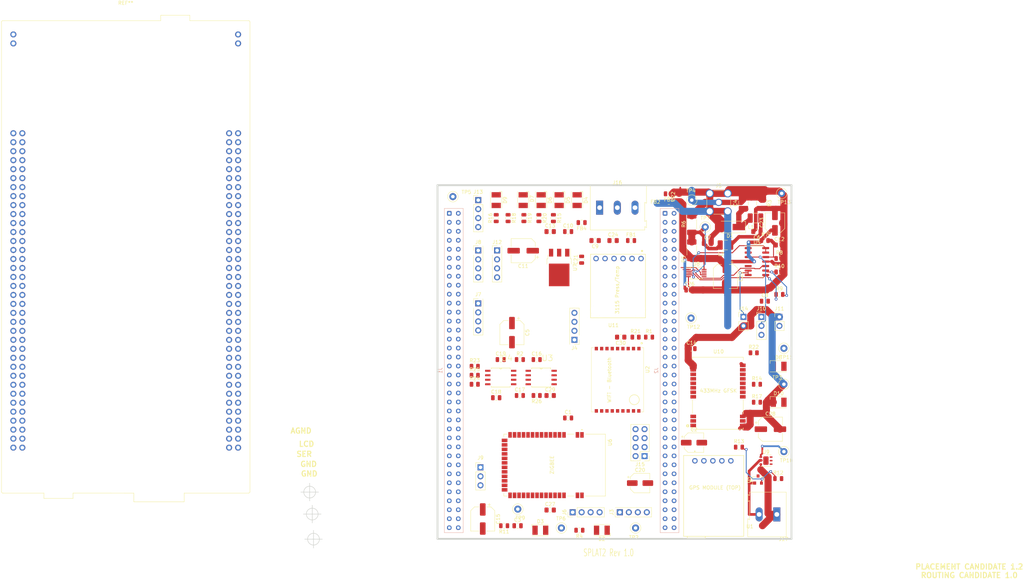
<source format=kicad_pcb>
(kicad_pcb (version 20171130) (host pcbnew "(5.1.12)-1")
  (layers (0 F.Cu signal) (31 B.Cu signal) (35 F.Paste user) (37 F.SilkS user) (38 B.Mask user) (39 F.Mask user) (44 Edge.Cuts user))
  (net 0 "")
  (net 1 /VIN)
  (net 2 /PD2)
  (net 3 /+3V3)
  (net 4 /IOREF)
  (net 5 /PF15)
  (net 6 /PF4)
  (net 7 /PF14)
  (net 8 /PE9)
  (net 9 /AVDD)
  (net 10 /PB0)
  (net 11 /PB11)
  (net 12 /PD7)
  (net 13 /PC0)
  (net 14 /PF3)
  (net 15 /PD4)
  (net 16 /PF5)
  (net 17 /PF10)
  (net 18 /PA7)
  (net 19 /PF8)
  (net 20 /PD0)
  (net 21 /PB13)
  (net 22 /PA15)
  (net 23 /PC7)
  (net 24 /PA6)
  (net 25 /PB3)
  (net 26 GND)
  (net 27 "Net-(C5-Pad1)")
  (net 28 "Net-(C6-Pad1)")
  (net 29 /HALF3V3)
  (net 30 "Net-(D3-Pad2)")
  (net 31 "Net-(D4-Pad2)")
  (net 32 "Net-(D2-Pad2)")
  (net 33 "Net-(D6-Pad2)")
  (net 34 "Net-(D5-Pad2)")
  (net 35 "Net-(D8-Pad2)")
  (net 36 "Net-(TP6-Pad1)")
  (net 37 "Net-(D7-Pad2)")
  (net 38 "Net-(C4-Pad1)")
  (net 39 "Net-(C4-Pad2)")
  (net 40 /BOOT0)
  (net 41 /PF6)
  (net 42 /PA13)
  (net 43 /PA14)
  (net 44 /PB7)
  (net 45 /PC13)
  (net 46 /PC14)
  (net 47 /PC15)
  (net 48 /VBAT)
  (net 49 /PH2)
  (net 50 /PD9)
  (net 51 /NRST)
  (net 52 /PA1)
  (net 53 /PC1)
  (net 54 /PG13)
  (net 55 /PG11)
  (net 56 /PH0)
  (net 57 /PH1)
  (net 58 /PA9)
  (net 59 /PA8)
  (net 60 /PA10)
  (net 61 /PA2)
  (net 62 /PD10)
  (net 63 /PG7)
  (net 64 /PC5)
  (net 65 /U5V)
  (net 66 /PD8)
  (net 67 /PA12)
  (net 68 /PA11)
  (net 69 /PB14)
  (net 70 /PC4)
  (net 71 /PG6)
  (net 72 "Net-(D8-Pad1)")
  (net 73 "Net-(J10-Pad2)")
  (net 74 "Net-(J4-Pad2)")
  (net 75 "Net-(J4-Pad3)")
  (net 76 "Net-(J3-Pad3)")
  (net 77 "Net-(J3-Pad2)")
  (net 78 "Net-(D2-Pad1)")
  (net 79 "Net-(C7-Pad1)")
  (net 80 "Net-(D9-Pad2)")
  (net 81 "Net-(D10-Pad2)")
  (net 82 "Net-(D3-Pad1)")
  (net 83 "Net-(C8-Pad2)")
  (net 84 "Net-(C8-Pad1)")
  (net 85 "Net-(Q1-Pad2)")
  (net 86 "Net-(TP11-Pad1)")
  (net 87 "Net-(TP9-Pad1)")
  (net 88 "Net-(R12-Pad2)")
  (net 89 "Net-(R9-Pad1)")
  (net 90 "Net-(C12-Pad1)")
  (net 91 "Net-(R10-Pad1)")
  (net 92 "Net-(U10-Pad21)")
  (net 93 "Net-(U10-Pad13)")
  (net 94 "Net-(J12-Pad2)")
  (net 95 "Net-(J12-Pad3)")
  (net 96 "Net-(U2-Pad17)")
  (net 97 "Net-(U6-Pad38)")
  (net 98 "Net-(U6-Pad37)")
  (net 99 "Net-(U6-Pad36)")
  (net 100 "Net-(U6-Pad35)")
  (net 101 "Net-(U6-Pad31)")
  (net 102 "Net-(U6-Pad30)")
  (net 103 "Net-(U6-Pad29)")
  (net 104 "Net-(U6-Pad22)")
  (net 105 "Net-(U6-Pad21)")
  (net 106 "Net-(U6-Pad19)")
  (net 107 "Net-(U6-Pad17)")
  (net 108 "Net-(U6-Pad16)")
  (net 109 "Net-(U6-Pad15)")
  (net 110 "Net-(U6-Pad7)")
  (net 111 "Net-(U6-Pad6)")
  (net 112 "Net-(U6-Pad5)")
  (net 113 "Net-(J14-Pad1)")
  (net 114 "Net-(J17-Pad2)")
  (net 115 GNDA)
  (net 116 PA3)
  (net 117 VDD)
  (net 118 PD14)
  (net 119 PD13)
  (net 120 PD11)
  (net 121 PD12)
  (net 122 PD15)
  (net 123 A3V3)
  (net 124 PA5)
  (net 125 PE14)
  (net 126 +5V)
  (net 127 PA4)
  (net 128 PG2)
  (net 129 PC3)
  (net 130 PC2)
  (net 131 PD3)
  (net 132 PB6)
  (net 133 PB9)
  (net 134 PG5)
  (net 135 PG8)
  (net 136 PE0)
  (net 137 PF11)
  (net 138 PE11)
  (net 139 PE7)
  (net 140 PE8)
  (net 141 PB15)
  (net 142 PB1)
  (net 143 PB2)
  (net 144 PB12)
  (net 145 PC6)
  (net 146 PC8)
  (net 147 PG4)
  (net 148 PE13)
  (net 149 PF12)
  (net 150 PF13)
  (net 151 PE15)
  (net 152 PE12)
  (net 153 PE10)
  (net 154 PB5)
  (net 155 PB4)
  (net 156 PB8)
  (net 157 PC9)
  (net 158 PG10)
  (net 159 PG15)
  (net 160 PE6)
  (net 161 PG1)
  (net 162 PF9)
  (net 163 PF2)
  (net 164 PE5)
  (net 165 PE2)
  (net 166 PG3)
  (net 167 PA0)
  (net 168 NC)
  (net 169 PC11)
  (net 170 PG12)
  (net 171 PG9)
  (net 172 PE1)
  (net 173 PG0)
  (net 174 PD1)
  (net 175 PF0)
  (net 176 PF1)
  (net 177 PE3)
  (net 178 PD6)
  (net 179 PD5)
  (net 180 PF7)
  (net 181 PC12)
  (net 182 PC10)
  (net 183 /RAW5V)
  (net 184 /RAWGND)
  (net 185 "Net-(C29-Pad2)")
  (net 186 /SPI2_SCKT)
  (net 187 /SPI2_MISOT)
  (net 188 /SPI2_MOSIT)
  (module splat2-kicad:NEO7_GPS_MODULE (layer F.Cu) (at 135.484 133.172 270)
    (fp_text reference U1 (at 28.956 -4.7498 180) (layer F.SilkS))
    (fp_text value ublox_chinese_PCB_module)
    (fp_text user "GPS MODULE (TOP)" (at 17.9832 5.1054) (layer F.SilkS))
    (pad "" np_thru_hole circle (at 29.21 5.08 270) (size 3 3) (drill 3) (layers *.Cu *.Mask))
    (pad 1 thru_hole circle (at 10.39 10.77 180) (size 1.52 1.52) (drill 0.91) (layers *.Cu *.Mask) (net 117 VDD))
    (pad 2 thru_hole circle (at 10.39 8.23 180) (size 1.52 1.52) (drill 0.91) (layers *.Cu *.Mask) (net 26 GND))
    (pad 4 thru_hole circle (at 10.39 3.15 180) (size 1.52 1.52) (drill 0.91) (layers *.Cu *.Mask) (net 172 PE1))
    (pad 3 thru_hole circle (at 10.39 5.69 180) (size 1.52 1.52) (drill 0.91) (layers *.Cu *.Mask) (net 136 PE0))
    (pad 5 thru_hole circle (at 10.39 0.61 180) (size 1.52 1.52) (drill 0.91) (layers *.Cu *.Mask) (net 124 PA5))
  )
  (module Capacitor_SMD:CP_Elec_5x5.4 (layer F.Cu) (at 109.22 149.86)
    (fp_text reference C20 (at 0 -3.7) (layer F.SilkS))
    (fp_text value 10uF)
    (pad 2 smd roundrect (at 2.2 0) (size 3 1.6) (layers F.Cu F.Paste F.Mask) (roundrect_rratio 0.15625) (net 26 GND))
    (pad 1 smd roundrect (at -2.2 0) (size 3 1.6) (layers F.Cu F.Paste F.Mask) (roundrect_rratio 0.15625) (net 117 VDD))
  )
  (module Capacitor_SMD:C_0805_2012Metric_Pad1.15x1.40mm_HandSolder (layer F.Cu) (at 103.75 108.585 180)
    (fp_text reference C30 (at 0 -1.65) (layer F.SilkS))
    (fp_text value 0.1uF)
    (pad 2 smd roundrect (at 1.025 0 180) (size 1.15 1.4) (layers F.Cu F.Paste F.Mask) (roundrect_rratio 0.217391) (net 151 PE15))
    (pad 1 smd roundrect (at -1.025 0 180) (size 1.15 1.4) (layers F.Cu F.Paste F.Mask) (roundrect_rratio 0.217391) (net 117 VDD))
  )
  (module Resistor_SMD:R_0805_2012Metric (layer F.Cu) (at 80.01 125.095 180)
    (fp_text reference R26 (at 0 -1.65) (layer F.SilkS))
    (fp_text value 110R)
    (pad 2 smd roundrect (at 0.9125 0 180) (size 1.025 1.4) (layers F.Cu F.Paste F.Mask) (roundrect_rratio 0.243902) (net 26 GND))
    (pad 1 smd roundrect (at -0.9125 0 180) (size 1.025 1.4) (layers F.Cu F.Paste F.Mask) (roundrect_rratio 0.243902) (net 185 "Net-(C29-Pad2)"))
  )
  (module Resistor_SMD:R_0805_2012Metric (layer F.Cu) (at 62.5075 119.38)
    (fp_text reference R25 (at 0 -1.65) (layer F.SilkS))
    (fp_text value 50R)
    (pad 2 smd roundrect (at 0.9125 0) (size 1.025 1.4) (layers F.Cu F.Paste F.Mask) (roundrect_rratio 0.243902) (net 129 PC3))
    (pad 1 smd roundrect (at -0.9125 0) (size 1.025 1.4) (layers F.Cu F.Paste F.Mask) (roundrect_rratio 0.243902) (net 188 /SPI2_MOSIT))
  )
  (module Resistor_SMD:R_0805_2012Metric (layer F.Cu) (at 62.5075 121.92)
    (fp_text reference R24 (at 0 -1.65) (layer F.SilkS))
    (fp_text value 33R)
    (pad 2 smd roundrect (at 0.9125 0) (size 1.025 1.4) (layers F.Cu F.Paste F.Mask) (roundrect_rratio 0.243902) (net 131 PD3))
    (pad 1 smd roundrect (at -0.9125 0) (size 1.025 1.4) (layers F.Cu F.Paste F.Mask) (roundrect_rratio 0.243902) (net 186 /SPI2_SCKT))
  )
  (module Resistor_SMD:R_0805_2012Metric (layer F.Cu) (at 62.5075 116.84)
    (fp_text reference R23 (at 0 -1.65) (layer F.SilkS))
    (fp_text value 50R)
    (pad 2 smd roundrect (at 0.9125 0) (size 1.025 1.4) (layers F.Cu F.Paste F.Mask) (roundrect_rratio 0.243902) (net 130 PC2))
    (pad 1 smd roundrect (at -0.9125 0) (size 1.025 1.4) (layers F.Cu F.Paste F.Mask) (roundrect_rratio 0.243902) (net 187 /SPI2_MISOT))
  )
  (module Capacitor_SMD:C_0805_2012Metric_Pad1.15x1.40mm_HandSolder (layer F.Cu) (at 83.82 125.095)
    (fp_text reference C29 (at 0 -1.65) (layer F.SilkS))
    (fp_text value 470pF)
    (pad 2 smd roundrect (at 1.025 0) (size 1.15 1.4) (layers F.Cu F.Paste F.Mask) (roundrect_rratio 0.217391) (net 185 "Net-(C29-Pad2)"))
    (pad 1 smd roundrect (at -1.025 0) (size 1.15 1.4) (layers F.Cu F.Paste F.Mask) (roundrect_rratio 0.217391) (net 186 /SPI2_SCKT))
  )
  (module Inductor_SMD:L_1210_3225Metric_Pad1.42x2.65mm_HandSolder (layer F.Cu) (at 141.8225 74.93 180)
    (fp_text reference L1 (at 1.27 -2.54) (layer F.SilkS))
    (fp_text value 620nH)
    (pad 2 smd roundrect (at 1.4875 0 180) (size 1.425 2.65) (layers F.Cu F.Paste F.Mask) (roundrect_rratio 0.175439) (net 38 "Net-(C4-Pad1)"))
    (pad 1 smd roundrect (at -1.4875 0 180) (size 1.425 2.65) (layers F.Cu F.Paste F.Mask) (roundrect_rratio 0.175439) (net 28 "Net-(C6-Pad1)"))
  )
  (module Capacitor_SMD:CP_Elec_5x5.4 (layer F.Cu) (at 147.32 76.2 90)
    (fp_text reference C23 (at 0 -3.7 90) (layer F.SilkS))
    (fp_text value 10uF)
    (pad 2 smd roundrect (at 2.2 0 90) (size 3 1.6) (layers F.Cu F.Paste F.Mask) (roundrect_rratio 0.15625) (net 115 GNDA))
    (pad 1 smd roundrect (at -2.2 0 90) (size 3 1.6) (layers F.Cu F.Paste F.Mask) (roundrect_rratio 0.15625) (net 123 A3V3))
  )
  (module Capacitor_SMD:CP_Elec_6.3x7.7 (layer F.Cu) (at 73.025 107.315 270)
    (fp_text reference C5 (at 0 -4.35 90) (layer F.SilkS))
    (fp_text value 100uF)
    (pad 2 smd roundrect (at 2.7 0 270) (size 3.5 1.6) (layers F.Cu F.Paste F.Mask) (roundrect_rratio 0.15625) (net 26 GND))
    (pad 1 smd roundrect (at -2.7 0 270) (size 3.5 1.6) (layers F.Cu F.Paste F.Mask) (roundrect_rratio 0.15625) (net 27 "Net-(C5-Pad1)"))
  )
  (module Capacitor_SMD:CP_Elec_5x5.4 (layer F.Cu) (at 124.46 138.43)
    (fp_text reference C2 (at 0 -3.7) (layer F.SilkS))
    (fp_text value 10uF)
    (pad 2 smd roundrect (at 2.2 0) (size 3 1.6) (layers F.Cu F.Paste F.Mask) (roundrect_rratio 0.15625) (net 26 GND))
    (pad 1 smd roundrect (at -2.2 0) (size 3 1.6) (layers F.Cu F.Paste F.Mask) (roundrect_rratio 0.15625) (net 117 VDD))
  )
  (module Capacitor_SMD:CP_Elec_6.3x7.7 (layer F.Cu) (at 64.77 160.02 270)
    (fp_text reference C15 (at 0 -4.35 90) (layer F.SilkS))
    (fp_text value 100uF)
    (pad 2 smd roundrect (at 2.7 0 270) (size 3.5 1.6) (layers F.Cu F.Paste F.Mask) (roundrect_rratio 0.15625) (net 26 GND))
    (pad 1 smd roundrect (at -2.7 0 270) (size 3.5 1.6) (layers F.Cu F.Paste F.Mask) (roundrect_rratio 0.15625) (net 117 VDD))
  )
  (module Package_TO_SOT_SMD:SOT-23 (layer F.Cu) (at 142.56 148.86 90)
    (fp_text reference Q1 (at 0 -2.5 90) (layer F.SilkS))
    (fp_text value BSS138LT1G)
    (pad 3 smd rect (at 1 0 90) (size 0.9 0.8) (layers F.Cu F.Paste F.Mask) (net 117 VDD))
    (pad 2 smd rect (at -1 0.95 90) (size 0.9 0.8) (layers F.Cu F.Paste F.Mask) (net 85 "Net-(Q1-Pad2)"))
    (pad 1 smd rect (at -1 -0.95 90) (size 0.9 0.8) (layers F.Cu F.Paste F.Mask) (net 114 "Net-(J17-Pad2)"))
  )
  (module Package_SO:MSOP-10_3x3mm_P0.5mm (layer F.Cu) (at 125.095 90.47)
    (fp_text reference U8 (at 0 -2.6) (layer F.SilkS))
    (fp_text value MCP6S93-X_UN)
    (pad 1 smd rect (at -2.2 -1) (size 1.4 0.3) (layers F.Cu F.Paste F.Mask) (net 116 PA3))
    (pad 2 smd rect (at -2.2 -0.5) (size 1.4 0.3) (layers F.Cu F.Paste F.Mask) (net 79 "Net-(C7-Pad1)"))
    (pad 3 smd rect (at -2.2 0) (size 1.4 0.3) (layers F.Cu F.Paste F.Mask) (net 89 "Net-(R9-Pad1)"))
    (pad 4 smd rect (at -2.2 0.5) (size 1.4 0.3) (layers F.Cu F.Paste F.Mask) (net 29 /HALF3V3))
    (pad 5 smd rect (at -2.2 1) (size 1.4 0.3) (layers F.Cu F.Paste F.Mask) (net 115 GNDA))
    (pad 6 smd rect (at 2.2 1) (size 1.4 0.3) (layers F.Cu F.Paste F.Mask) (net 128 PG2))
    (pad 7 smd rect (at 2.2 0.5) (size 1.4 0.3) (layers F.Cu F.Paste F.Mask) (net 143 PB2))
    (pad 8 smd rect (at 2.2 0) (size 1.4 0.3) (layers F.Cu F.Paste F.Mask) (net 155 PB4))
    (pad 9 smd rect (at 2.2 -0.5) (size 1.4 0.3) (layers F.Cu F.Paste F.Mask) (net 182 PC10))
    (pad 10 smd rect (at 2.2 -1) (size 1.4 0.3) (layers F.Cu F.Paste F.Mask) (net 123 A3V3))
  )
  (module Capacitor_SMD:CP_Elec_6.3x7.7 (layer F.Cu) (at 146.05 134.62)
    (fp_text reference C28 (at 0 -4.35) (layer F.SilkS))
    (fp_text value 100uF)
    (pad 2 smd roundrect (at 2.7 0) (size 3.5 1.6) (layers F.Cu F.Paste F.Mask) (roundrect_rratio 0.15625) (net 26 GND))
    (pad 1 smd roundrect (at -2.7 0) (size 3.5 1.6) (layers F.Cu F.Paste F.Mask) (roundrect_rratio 0.15625) (net 117 VDD))
  )
  (module Capacitor_SMD:CP_Elec_6.3x7.7 (layer F.Cu) (at 133.35 91.44 270)
    (fp_text reference C25 (at 0 -4.35 90) (layer F.SilkS))
    (fp_text value 100uF)
    (pad 2 smd roundrect (at 2.7 0 270) (size 3.5 1.6) (layers F.Cu F.Paste F.Mask) (roundrect_rratio 0.15625) (net 115 GNDA))
    (pad 1 smd roundrect (at -2.7 0 270) (size 3.5 1.6) (layers F.Cu F.Paste F.Mask) (roundrect_rratio 0.15625) (net 123 A3V3))
  )
  (module Capacitor_SMD:CP_Elec_6.3x7.7 (layer F.Cu) (at 76.2 84.15 180)
    (fp_text reference C11 (at 0 -4.35) (layer F.SilkS))
    (fp_text value 100uF)
    (pad 2 smd roundrect (at 2.7 0 180) (size 3.5 1.6) (layers F.Cu F.Paste F.Mask) (roundrect_rratio 0.15625) (net 26 GND))
    (pad 1 smd roundrect (at -2.7 0 180) (size 3.5 1.6) (layers F.Cu F.Paste F.Mask) (roundrect_rratio 0.15625) (net 126 +5V))
  )
  (module Module:ST_Morpho_Connector_144_STLink_MountingHoles (layer F.Cu) (at -67.84 50.94)
    (fp_text reference REF** (at 31.75 -36.83) (layer F.SilkS))
    (fp_text value ST_Morpho_Connector_144_STLink_MountingHoles)
    (pad 1 thru_hole circle (at 0 0) (size 1.7 1.7) (drill 1) (layers *.Cu *.Mask))
    (pad 2 thru_hole circle (at 2.54 0) (size 1.7 1.7) (drill 1) (layers *.Cu *.Mask))
    (pad 3 thru_hole circle (at 0 2.54) (size 1.7 1.7) (drill 1) (layers *.Cu *.Mask))
    (pad 4 thru_hole circle (at 2.54 2.54) (size 1.7 1.7) (drill 1) (layers *.Cu *.Mask))
    (pad 5 thru_hole circle (at 0 5.08) (size 1.7 1.7) (drill 1) (layers *.Cu *.Mask))
    (pad 6 thru_hole circle (at 2.54 5.08) (size 1.7 1.7) (drill 1) (layers *.Cu *.Mask))
    (pad 7 thru_hole circle (at 0 7.62) (size 1.7 1.7) (drill 1) (layers *.Cu *.Mask))
    (pad 8 thru_hole circle (at 2.54 7.62) (size 1.7 1.7) (drill 1) (layers *.Cu *.Mask))
    (pad 9 thru_hole circle (at 0 10.16) (size 1.7 1.7) (drill 1) (layers *.Cu *.Mask))
    (pad 10 thru_hole circle (at 2.54 10.16) (size 1.7 1.7) (drill 1) (layers *.Cu *.Mask))
    (pad 11 thru_hole circle (at 0 12.7) (size 1.7 1.7) (drill 1) (layers *.Cu *.Mask))
    (pad 12 thru_hole circle (at 2.54 12.7) (size 1.7 1.7) (drill 1) (layers *.Cu *.Mask))
    (pad 13 thru_hole circle (at 0 15.24) (size 1.7 1.7) (drill 1) (layers *.Cu *.Mask))
    (pad 14 thru_hole circle (at 2.54 15.24) (size 1.7 1.7) (drill 1) (layers *.Cu *.Mask))
    (pad 15 thru_hole circle (at 0 17.78) (size 1.7 1.7) (drill 1) (layers *.Cu *.Mask))
    (pad 16 thru_hole circle (at 2.54 17.78) (size 1.7 1.7) (drill 1) (layers *.Cu *.Mask))
    (pad 17 thru_hole circle (at 0 20.32) (size 1.7 1.7) (drill 1) (layers *.Cu *.Mask))
    (pad 18 thru_hole circle (at 2.54 20.32) (size 1.7 1.7) (drill 1) (layers *.Cu *.Mask))
    (pad 19 thru_hole circle (at 0 22.86) (size 1.7 1.7) (drill 1) (layers *.Cu *.Mask))
    (pad 20 thru_hole circle (at 2.54 22.86) (size 1.7 1.7) (drill 1) (layers *.Cu *.Mask))
    (pad 21 thru_hole circle (at 0 25.4) (size 1.7 1.7) (drill 1) (layers *.Cu *.Mask))
    (pad 22 thru_hole circle (at 2.54 25.4) (size 1.7 1.7) (drill 1) (layers *.Cu *.Mask))
    (pad 23 thru_hole circle (at 0 27.94) (size 1.7 1.7) (drill 1) (layers *.Cu *.Mask))
    (pad 24 thru_hole circle (at 2.54 27.94) (size 1.7 1.7) (drill 1) (layers *.Cu *.Mask))
    (pad 25 thru_hole circle (at 0 30.48) (size 1.7 1.7) (drill 1) (layers *.Cu *.Mask))
    (pad 26 thru_hole circle (at 2.54 30.48) (size 1.7 1.7) (drill 1) (layers *.Cu *.Mask))
    (pad 27 thru_hole circle (at 0 33.02) (size 1.7 1.7) (drill 1) (layers *.Cu *.Mask))
    (pad 28 thru_hole circle (at 2.54 33.02) (size 1.7 1.7) (drill 1) (layers *.Cu *.Mask))
    (pad 29 thru_hole circle (at 0 35.56) (size 1.7 1.7) (drill 1) (layers *.Cu *.Mask))
    (pad 30 thru_hole circle (at 2.54 35.56) (size 1.7 1.7) (drill 1) (layers *.Cu *.Mask))
    (pad 31 thru_hole circle (at 0 38.1) (size 1.7 1.7) (drill 1) (layers *.Cu *.Mask))
    (pad 32 thru_hole circle (at 2.54 38.1) (size 1.7 1.7) (drill 1) (layers *.Cu *.Mask))
    (pad 33 thru_hole circle (at 0 40.64) (size 1.7 1.7) (drill 1) (layers *.Cu *.Mask))
    (pad 34 thru_hole circle (at 2.54 40.64) (size 1.7 1.7) (drill 1) (layers *.Cu *.Mask))
    (pad 35 thru_hole circle (at 0 43.18) (size 1.7 1.7) (drill 1) (layers *.Cu *.Mask))
    (pad 36 thru_hole circle (at 2.54 43.18) (size 1.7 1.7) (drill 1) (layers *.Cu *.Mask))
    (pad 37 thru_hole circle (at 0 45.72) (size 1.7 1.7) (drill 1) (layers *.Cu *.Mask))
    (pad 38 thru_hole circle (at 2.54 45.72) (size 1.7 1.7) (drill 1) (layers *.Cu *.Mask))
    (pad 39 thru_hole circle (at 0 48.26) (size 1.7 1.7) (drill 1) (layers *.Cu *.Mask))
    (pad 40 thru_hole circle (at 2.54 48.26) (size 1.7 1.7) (drill 1) (layers *.Cu *.Mask))
    (pad 41 thru_hole circle (at 0 50.8) (size 1.7 1.7) (drill 1) (layers *.Cu *.Mask))
    (pad 42 thru_hole circle (at 2.54 50.8) (size 1.7 1.7) (drill 1) (layers *.Cu *.Mask))
    (pad 43 thru_hole circle (at 0 53.34) (size 1.7 1.7) (drill 1) (layers *.Cu *.Mask))
    (pad 44 thru_hole circle (at 2.54 53.34) (size 1.7 1.7) (drill 1) (layers *.Cu *.Mask))
    (pad 45 thru_hole circle (at 0 55.88) (size 1.7 1.7) (drill 1) (layers *.Cu *.Mask))
    (pad 46 thru_hole circle (at 2.54 55.88) (size 1.7 1.7) (drill 1) (layers *.Cu *.Mask))
    (pad 47 thru_hole circle (at 0 58.42) (size 1.7 1.7) (drill 1) (layers *.Cu *.Mask))
    (pad 48 thru_hole circle (at 2.54 58.42) (size 1.7 1.7) (drill 1) (layers *.Cu *.Mask))
    (pad 49 thru_hole circle (at 0 60.96) (size 1.7 1.7) (drill 1) (layers *.Cu *.Mask))
    (pad 50 thru_hole circle (at 2.54 60.96) (size 1.7 1.7) (drill 1) (layers *.Cu *.Mask))
    (pad 51 thru_hole circle (at 0 63.5) (size 1.7 1.7) (drill 1) (layers *.Cu *.Mask))
    (pad 52 thru_hole circle (at 2.54 63.5) (size 1.7 1.7) (drill 1) (layers *.Cu *.Mask))
    (pad 53 thru_hole circle (at 0 66.04) (size 1.7 1.7) (drill 1) (layers *.Cu *.Mask))
    (pad 54 thru_hole circle (at 2.54 66.04) (size 1.7 1.7) (drill 1) (layers *.Cu *.Mask))
    (pad 55 thru_hole circle (at 0 68.58) (size 1.7 1.7) (drill 1) (layers *.Cu *.Mask))
    (pad 56 thru_hole circle (at 2.54 68.58) (size 1.7 1.7) (drill 1) (layers *.Cu *.Mask))
    (pad 57 thru_hole circle (at 0 71.12) (size 1.7 1.7) (drill 1) (layers *.Cu *.Mask))
    (pad 58 thru_hole circle (at 2.54 71.12) (size 1.7 1.7) (drill 1) (layers *.Cu *.Mask))
    (pad 59 thru_hole circle (at 0 73.66) (size 1.7 1.7) (drill 1) (layers *.Cu *.Mask))
    (pad 60 thru_hole circle (at 2.54 73.66) (size 1.7 1.7) (drill 1) (layers *.Cu *.Mask))
    (pad 61 thru_hole circle (at 0 76.2) (size 1.7 1.7) (drill 1) (layers *.Cu *.Mask))
    (pad 62 thru_hole circle (at 2.54 76.2) (size 1.7 1.7) (drill 1) (layers *.Cu *.Mask))
    (pad 63 thru_hole circle (at 0 78.74) (size 1.7 1.7) (drill 1) (layers *.Cu *.Mask))
    (pad 64 thru_hole circle (at 2.54 78.74) (size 1.7 1.7) (drill 1) (layers *.Cu *.Mask))
    (pad 65 thru_hole circle (at 0 81.28) (size 1.7 1.7) (drill 1) (layers *.Cu *.Mask))
    (pad 66 thru_hole circle (at 2.54 81.28) (size 1.7 1.7) (drill 1) (layers *.Cu *.Mask))
    (pad 67 thru_hole circle (at 0 83.82) (size 1.7 1.7) (drill 1) (layers *.Cu *.Mask))
    (pad 68 thru_hole circle (at 2.54 83.82) (size 1.7 1.7) (drill 1) (layers *.Cu *.Mask))
    (pad 69 thru_hole circle (at 0 86.36) (size 1.7 1.7) (drill 1) (layers *.Cu *.Mask))
    (pad 70 thru_hole circle (at 2.54 86.36) (size 1.7 1.7) (drill 1) (layers *.Cu *.Mask))
    (pad 71 thru_hole circle (at 0 88.9) (size 1.7 1.7) (drill 1) (layers *.Cu *.Mask))
    (pad 72 thru_hole circle (at 2.54 88.9) (size 1.7 1.7) (drill 1) (layers *.Cu *.Mask))
    (pad 73 thru_hole circle (at 60.96 0) (size 1.7 1.7) (drill 1) (layers *.Cu *.Mask))
    (pad 74 thru_hole circle (at 63.5 0) (size 1.7 1.7) (drill 1) (layers *.Cu *.Mask))
    (pad 75 thru_hole circle (at 60.96 2.54) (size 1.7 1.7) (drill 1) (layers *.Cu *.Mask))
    (pad 76 thru_hole circle (at 63.5 2.54) (size 1.7 1.7) (drill 1) (layers *.Cu *.Mask))
    (pad 77 thru_hole circle (at 60.96 5.08) (size 1.7 1.7) (drill 1) (layers *.Cu *.Mask))
    (pad 78 thru_hole circle (at 63.5 5.08) (size 1.7 1.7) (drill 1) (layers *.Cu *.Mask))
    (pad 79 thru_hole circle (at 60.96 7.62) (size 1.7 1.7) (drill 1) (layers *.Cu *.Mask))
    (pad 80 thru_hole circle (at 63.5 7.62) (size 1.7 1.7) (drill 1) (layers *.Cu *.Mask))
    (pad 81 thru_hole circle (at 60.96 10.16) (size 1.7 1.7) (drill 1) (layers *.Cu *.Mask))
    (pad 82 thru_hole circle (at 63.5 10.16) (size 1.7 1.7) (drill 1) (layers *.Cu *.Mask))
    (pad 83 thru_hole circle (at 60.96 12.7) (size 1.7 1.7) (drill 1) (layers *.Cu *.Mask))
    (pad 84 thru_hole circle (at 63.5 12.7) (size 1.7 1.7) (drill 1) (layers *.Cu *.Mask))
    (pad 85 thru_hole circle (at 60.96 15.24) (size 1.7 1.7) (drill 1) (layers *.Cu *.Mask))
    (pad 86 thru_hole circle (at 63.5 15.24) (size 1.7 1.7) (drill 1) (layers *.Cu *.Mask))
    (pad 87 thru_hole circle (at 60.96 17.78) (size 1.7 1.7) (drill 1) (layers *.Cu *.Mask))
    (pad 88 thru_hole circle (at 63.5 17.78) (size 1.7 1.7) (drill 1) (layers *.Cu *.Mask))
    (pad 89 thru_hole circle (at 60.96 20.32) (size 1.7 1.7) (drill 1) (layers *.Cu *.Mask))
    (pad 90 thru_hole circle (at 63.5 20.32) (size 1.7 1.7) (drill 1) (layers *.Cu *.Mask))
    (pad 91 thru_hole circle (at 60.96 22.86) (size 1.7 1.7) (drill 1) (layers *.Cu *.Mask))
    (pad 92 thru_hole circle (at 63.5 22.86) (size 1.7 1.7) (drill 1) (layers *.Cu *.Mask))
    (pad 93 thru_hole circle (at 60.96 25.4) (size 1.7 1.7) (drill 1) (layers *.Cu *.Mask))
    (pad 94 thru_hole circle (at 63.5 25.4) (size 1.7 1.7) (drill 1) (layers *.Cu *.Mask))
    (pad 95 thru_hole circle (at 60.96 27.94) (size 1.7 1.7) (drill 1) (layers *.Cu *.Mask))
    (pad 96 thru_hole circle (at 63.5 27.94) (size 1.7 1.7) (drill 1) (layers *.Cu *.Mask))
    (pad 97 thru_hole circle (at 60.96 30.48) (size 1.7 1.7) (drill 1) (layers *.Cu *.Mask))
    (pad 98 thru_hole circle (at 63.5 30.48) (size 1.7 1.7) (drill 1) (layers *.Cu *.Mask))
    (pad 99 thru_hole circle (at 60.96 33.02) (size 1.7 1.7) (drill 1) (layers *.Cu *.Mask))
    (pad 100 thru_hole circle (at 63.5 33.02) (size 1.7 1.7) (drill 1) (layers *.Cu *.Mask))
    (pad 101 thru_hole circle (at 60.96 35.56) (size 1.7 1.7) (drill 1) (layers *.Cu *.Mask))
    (pad 102 thru_hole circle (at 63.5 35.56) (size 1.7 1.7) (drill 1) (layers *.Cu *.Mask))
    (pad 103 thru_hole circle (at 60.96 38.1) (size 1.7 1.7) (drill 1) (layers *.Cu *.Mask))
    (pad 104 thru_hole circle (at 63.5 38.1) (size 1.7 1.7) (drill 1) (layers *.Cu *.Mask))
    (pad 105 thru_hole circle (at 60.96 40.64) (size 1.7 1.7) (drill 1) (layers *.Cu *.Mask))
    (pad 106 thru_hole circle (at 63.5 40.64) (size 1.7 1.7) (drill 1) (layers *.Cu *.Mask))
    (pad 107 thru_hole circle (at 60.96 43.18) (size 1.7 1.7) (drill 1) (layers *.Cu *.Mask))
    (pad 108 thru_hole circle (at 63.5 43.18) (size 1.7 1.7) (drill 1) (layers *.Cu *.Mask))
    (pad 109 thru_hole circle (at 60.96 45.72) (size 1.7 1.7) (drill 1) (layers *.Cu *.Mask))
    (pad 110 thru_hole circle (at 63.5 45.72) (size 1.7 1.7) (drill 1) (layers *.Cu *.Mask))
    (pad 111 thru_hole circle (at 60.96 48.26) (size 1.7 1.7) (drill 1) (layers *.Cu *.Mask))
    (pad 112 thru_hole circle (at 63.5 48.26) (size 1.7 1.7) (drill 1) (layers *.Cu *.Mask))
    (pad 113 thru_hole circle (at 60.96 50.8) (size 1.7 1.7) (drill 1) (layers *.Cu *.Mask))
    (pad 114 thru_hole circle (at 63.5 50.8) (size 1.7 1.7) (drill 1) (layers *.Cu *.Mask))
    (pad 115 thru_hole circle (at 60.96 53.34) (size 1.7 1.7) (drill 1) (layers *.Cu *.Mask))
    (pad 116 thru_hole circle (at 63.5 53.34) (size 1.7 1.7) (drill 1) (layers *.Cu *.Mask))
    (pad 117 thru_hole circle (at 60.96 55.88) (size 1.7 1.7) (drill 1) (layers *.Cu *.Mask))
    (pad 118 thru_hole circle (at 63.5 55.88) (size 1.7 1.7) (drill 1) (layers *.Cu *.Mask))
    (pad 119 thru_hole circle (at 60.96 58.42) (size 1.7 1.7) (drill 1) (layers *.Cu *.Mask))
    (pad 120 thru_hole circle (at 63.5 58.42) (size 1.7 1.7) (drill 1) (layers *.Cu *.Mask))
    (pad 121 thru_hole circle (at 60.96 60.96) (size 1.7 1.7) (drill 1) (layers *.Cu *.Mask))
    (pad 122 thru_hole circle (at 63.5 60.96) (size 1.7 1.7) (drill 1) (layers *.Cu *.Mask))
    (pad 123 thru_hole circle (at 60.96 63.5) (size 1.7 1.7) (drill 1) (layers *.Cu *.Mask))
    (pad 124 thru_hole circle (at 63.5 63.5) (size 1.7 1.7) (drill 1) (layers *.Cu *.Mask))
    (pad 125 thru_hole circle (at 60.96 66.04) (size 1.7 1.7) (drill 1) (layers *.Cu *.Mask))
    (pad 126 thru_hole circle (at 63.5 66.04) (size 1.7 1.7) (drill 1) (layers *.Cu *.Mask))
    (pad 127 thru_hole circle (at 60.96 68.58) (size 1.7 1.7) (drill 1) (layers *.Cu *.Mask))
    (pad 128 thru_hole circle (at 63.5 68.58) (size 1.7 1.7) (drill 1) (layers *.Cu *.Mask))
    (pad 129 thru_hole circle (at 60.96 71.12) (size 1.7 1.7) (drill 1) (layers *.Cu *.Mask))
    (pad 130 thru_hole circle (at 63.5 71.12) (size 1.7 1.7) (drill 1) (layers *.Cu *.Mask))
    (pad 131 thru_hole circle (at 60.96 73.66) (size 1.7 1.7) (drill 1) (layers *.Cu *.Mask))
    (pad 132 thru_hole circle (at 63.5 73.66) (size 1.7 1.7) (drill 1) (layers *.Cu *.Mask))
    (pad 133 thru_hole circle (at 60.96 76.2) (size 1.7 1.7) (drill 1) (layers *.Cu *.Mask))
    (pad 134 thru_hole circle (at 63.5 76.2) (size 1.7 1.7) (drill 1) (layers *.Cu *.Mask))
    (pad 135 thru_hole circle (at 60.96 78.74) (size 1.7 1.7) (drill 1) (layers *.Cu *.Mask))
    (pad 136 thru_hole circle (at 63.5 78.74) (size 1.7 1.7) (drill 1) (layers *.Cu *.Mask))
    (pad 137 thru_hole circle (at 60.96 81.28) (size 1.7 1.7) (drill 1) (layers *.Cu *.Mask))
    (pad 138 thru_hole circle (at 63.5 81.28) (size 1.7 1.7) (drill 1) (layers *.Cu *.Mask))
    (pad 139 thru_hole circle (at 60.96 83.82) (size 1.7 1.7) (drill 1) (layers *.Cu *.Mask))
    (pad 140 thru_hole circle (at 63.5 83.82) (size 1.7 1.7) (drill 1) (layers *.Cu *.Mask))
    (pad 141 thru_hole circle (at 60.96 86.36) (size 1.7 1.7) (drill 1) (layers *.Cu *.Mask))
    (pad 142 thru_hole circle (at 63.5 86.36) (size 1.7 1.7) (drill 1) (layers *.Cu *.Mask))
    (pad 143 thru_hole circle (at 60.96 88.9) (size 1.7 1.7) (drill 1) (layers *.Cu *.Mask))
    (pad 144 thru_hole circle (at 63.5 88.9) (size 1.7 1.7) (drill 1) (layers *.Cu *.Mask))
    (pad 145 thru_hole circle (at 0 -27.94) (size 1.7 1.7) (drill 1) (layers *.Cu *.Mask))
    (pad 146 thru_hole circle (at 0 -25.4) (size 1.7 1.7) (drill 1) (layers *.Cu *.Mask))
    (pad 147 thru_hole circle (at 63.5 -27.94) (size 1.7 1.7) (drill 1) (layers *.Cu *.Mask))
    (pad 148 thru_hole circle (at 63.5 -25.4) (size 1.7 1.7) (drill 1) (layers *.Cu *.Mask))
    (pad "" np_thru_hole circle (at 54.6 72.4) (size 3 3) (drill 3) (layers *.Cu *.Mask))
    (pad "" np_thru_hole circle (at 8.89 72.39) (size 3 3) (drill 3) (layers *.Cu *.Mask))
    (pad "" np_thru_hole circle (at 7.62 -3.81) (size 3 3) (drill 3) (layers *.Cu *.Mask))
    (pad "" np_thru_hole circle (at 55.9 -2.5) (size 3 3) (drill 3) (layers *.Cu *.Mask))
    (pad "" np_thru_hole circle (at 40.55 48.3) (size 3 3) (drill 3) (layers *.Cu *.Mask))
  )
  (module TestPoint:TestPoint_Loop_D1.80mm_Drill1.0mm_Beaded (layer F.Cu) (at 123.825 69.85)
    (fp_text reference TP4 (at -0.254 -2.667) (layer F.SilkS))
    (fp_text value TestPoint)
    (pad 1 thru_hole circle (at 0 0) (size 2 2) (drill 1) (layers *.Cu *.Mask) (net 39 "Net-(C4-Pad2)"))
  )
  (module TestPoint:TestPoint_Loop_D1.80mm_Drill1.0mm_Beaded (layer F.Cu) (at 56.3372 68.8594)
    (fp_text reference TP5 (at 3.81 -1.27) (layer F.SilkS))
    (fp_text value TestPoint)
    (pad 1 thru_hole circle (at 0 0) (size 2 2) (drill 1) (layers *.Cu *.Mask) (net 115 GNDA))
  )
  (module Inductor_SMD:L_0805_2012Metric (layer F.Cu) (at 117.348 70.358)
    (fp_text reference FB2 (at -3.81 0 180) (layer F.SilkS))
    (fp_text value Ferrite_Bead)
    (pad 2 smd roundrect (at 0.9375 0) (size 0.975 1.4) (layers F.Cu F.Paste F.Mask) (net 123 A3V3))
    (pad 1 smd roundrect (at -0.9375 0) (size 0.975 1.4) (layers F.Cu F.Paste F.Mask) (net 117 VDD))
  )
  (module TestPoint:TestPoint_Loop_D1.80mm_Drill1.0mm_Beaded (layer F.Cu) (at 149.86 121.92)
    (fp_text reference TP3 (at -1.905 -1.905) (layer F.SilkS))
    (fp_text value TestPoint)
    (pad 1 thru_hole circle (at 0 0) (size 2 2) (drill 1) (layers *.Cu *.Mask) (net 26 GND))
  )
  (module Inductor_SMD:L_0805_2012Metric (layer F.Cu) (at 106.68 81.28)
    (fp_text reference FB1 (at 0 -1.65) (layer F.SilkS))
    (fp_text value Ferrite_Bead)
    (pad 2 smd roundrect (at 0.9375 0) (size 0.975 1.4) (layers F.Cu F.Paste F.Mask) (net 126 +5V))
    (pad 1 smd roundrect (at -0.9375 0) (size 0.975 1.4) (layers F.Cu F.Paste F.Mask) (net 183 /RAW5V))
  )
  (module Inductor_SMD:L_1210_3225Metric_Pad1.42x2.65mm_HandSolder (layer F.Cu) (at 133.35 82.55)
    (fp_text reference L2 (at -1.27 2.54 180) (layer F.SilkS))
    (fp_text value 1.5uH)
    (pad 2 smd roundrect (at 1.4875 0) (size 1.425 2.65) (layers F.Cu F.Paste F.Mask) (roundrect_rratio 0.175439) (net 28 "Net-(C6-Pad1)"))
    (pad 1 smd roundrect (at -1.4875 0) (size 1.425 2.65) (layers F.Cu F.Paste F.Mask) (roundrect_rratio 0.175439) (net 79 "Net-(C7-Pad1)"))
  )
  (module LED_SMD:LED_PLCC-2 (layer F.Cu) (at 148.36 116.84)
    (fp_text reference D8 (at 0 -2.5) (layer F.SilkS))
    (fp_text value LED)
    (pad 2 smd rect (at 1.5 0) (size 1.5 2.6) (layers F.Cu F.Paste F.Mask) (net 35 "Net-(D8-Pad2)"))
    (pad 1 smd rect (at -1.5 0) (size 1.5 2.6) (layers F.Cu F.Paste F.Mask) (net 72 "Net-(D8-Pad1)"))
  )
  (module TestPoint:TestPoint_Loop_D1.80mm_Drill1.0mm_Beaded (layer F.Cu) (at 107.95 162.56)
    (fp_text reference TP2 (at -0.508 2.667) (layer F.SilkS))
    (fp_text value TestPoint)
    (pad 1 thru_hole circle (at 0 0) (size 2 2) (drill 1) (layers *.Cu *.Mask) (net 26 GND))
  )
  (module LED_SMD:LED_PLCC-2 (layer F.Cu) (at 81.28 69.85 270)
    (fp_text reference D6 (at 0 -2.5 90) (layer F.SilkS))
    (fp_text value LED)
    (pad 2 smd rect (at 1.5 0 270) (size 1.5 2.6) (layers F.Cu F.Paste F.Mask) (net 33 "Net-(D6-Pad2)"))
    (pad 1 smd rect (at -1.5 0 270) (size 1.5 2.6) (layers F.Cu F.Paste F.Mask) (net 26 GND))
  )
  (module TestPoint:TestPoint_Loop_D1.80mm_Drill1.0mm_Beaded (layer F.Cu) (at 127.635 77.47)
    (fp_text reference TP7 (at 0 -2.54) (layer F.SilkS))
    (fp_text value TestPoint)
    (pad 1 thru_hole circle (at 0 0) (size 2 2) (drill 1) (layers *.Cu *.Mask) (net 79 "Net-(C7-Pad1)"))
  )
  (module LED_SMD:LED_PLCC-2 (layer F.Cu) (at 86.36 69.85 270)
    (fp_text reference D5 (at 0 -2.5 90) (layer F.SilkS))
    (fp_text value LED)
    (pad 2 smd rect (at 1.5 0 270) (size 1.5 2.6) (layers F.Cu F.Paste F.Mask) (net 34 "Net-(D5-Pad2)"))
    (pad 1 smd rect (at -1.5 0 270) (size 1.5 2.6) (layers F.Cu F.Paste F.Mask) (net 26 GND))
  )
  (module LED_SMD:LED_PLCC-2 (layer F.Cu) (at 98.425 163.195 180)
    (fp_text reference D2 (at 0 -2.5) (layer F.SilkS))
    (fp_text value LED)
    (pad 2 smd rect (at 1.5 0 180) (size 1.5 2.6) (layers F.Cu F.Paste F.Mask) (net 32 "Net-(D2-Pad2)"))
    (pad 1 smd rect (at -1.5 0 180) (size 1.5 2.6) (layers F.Cu F.Paste F.Mask) (net 78 "Net-(D2-Pad1)"))
  )
  (module Resistor_SMD:R_2010_5025Metric_Pad1.52x2.65mm_HandSolder (layer F.Cu) (at 123.825 84.0225 90)
    (fp_text reference R5 (at -2.54 -2.28 90) (layer F.SilkS))
    (fp_text value 100R)
    (pad 2 smd roundrect (at 2.3375 0 90) (size 1.525 2.65) (layers F.Cu F.Paste F.Mask) (roundrect_rratio 0.163934) (net 79 "Net-(C7-Pad1)"))
    (pad 1 smd roundrect (at -2.3375 0 90) (size 1.525 2.65) (layers F.Cu F.Paste F.Mask) (roundrect_rratio 0.163934) (net 123 A3V3))
  )
  (module TestPoint:TestPoint_Loop_D1.80mm_Drill1.0mm_Beaded (layer F.Cu) (at 86.995 162.56)
    (fp_text reference TP6 (at -0.127 -2.667) (layer F.SilkS))
    (fp_text value TestPoint)
    (pad 1 thru_hole circle (at 0 0) (size 2 2) (drill 1) (layers *.Cu *.Mask) (net 36 "Net-(TP6-Pad1)"))
  )
  (module LED_SMD:LED_PLCC-2 (layer F.Cu) (at 91.44 69.85 270)
    (fp_text reference D4 (at 0 -2.5 90) (layer F.SilkS))
    (fp_text value LED)
    (pad 2 smd rect (at 1.5 0 270) (size 1.5 2.6) (layers F.Cu F.Paste F.Mask) (net 31 "Net-(D4-Pad2)"))
    (pad 1 smd rect (at -1.5 0 270) (size 1.5 2.6) (layers F.Cu F.Paste F.Mask) (net 26 GND))
  )
  (module LED_SMD:LED_PLCC-2 (layer F.Cu) (at 81.05 163.195)
    (fp_text reference D3 (at 0 -2.5) (layer F.SilkS))
    (fp_text value LED)
    (pad 2 smd rect (at 1.5 0) (size 1.5 2.6) (layers F.Cu F.Paste F.Mask) (net 30 "Net-(D3-Pad2)"))
    (pad 1 smd rect (at -1.5 0) (size 1.5 2.6) (layers F.Cu F.Paste F.Mask) (net 82 "Net-(D3-Pad1)"))
  )
  (module PinHeader_1x04_P2.54mm_Vertical (layer F.Cu) (at 63.5 99.06)
    (fp_text reference J7 (at 0 -2.54) (layer F.SilkS))
    (fp_text value Conn_01x04_Male)
    (pad 4 thru_hole oval (at 0 7.62) (size 1.7 1.7) (drill 1) (layers *.Cu *.Mask) (net 26 GND))
    (pad 3 thru_hole oval (at 0 5.08) (size 1.7 1.7) (drill 1) (layers *.Cu *.Mask) (net 179 PD5))
    (pad 2 thru_hole oval (at 0 2.54) (size 1.7 1.7) (drill 1) (layers *.Cu *.Mask) (net 178 PD6))
    (pad 1 thru_hole rect (at 0 0) (size 1.7 1.7) (drill 1) (layers *.Cu *.Mask) (net 117 VDD))
  )
  (module LED_SMD:LED_PLCC-2 (layer F.Cu) (at 76.2 69.85 270)
    (fp_text reference D7 (at -0.4064 -2.5 90) (layer F.SilkS))
    (fp_text value LED)
    (pad 2 smd rect (at 1.5 0 270) (size 1.5 2.6) (layers F.Cu F.Paste F.Mask) (net 37 "Net-(D7-Pad2)"))
    (pad 1 smd rect (at -1.5 0 270) (size 1.5 2.6) (layers F.Cu F.Paste F.Mask) (net 26 GND))
  )
  (module Diode_SMD:D_SMA_Handsoldering (layer F.Cu) (at 134.62 77.47 180)
    (fp_text reference D1 (at 0 -2.5) (layer F.SilkS))
    (fp_text value "SMAJ8.0CA Bourns 9V")
    (pad 2 smd rect (at 2.5 0 180) (size 3.5 1.8) (layers F.Cu F.Paste F.Mask) (net 115 GNDA))
    (pad 1 smd rect (at -2.5 0 180) (size 3.5 1.8) (layers F.Cu F.Paste F.Mask) (net 38 "Net-(C4-Pad1)"))
  )
  (module Connector_Samtec_HLE_THT:Samtec_HLE-136-02-xx-DV-TE_2x36_P2.54mm_Horizontal (layer B.Cu) (at 55.3212 73.5838 270)
    (fp_text reference J1 (at 44.45 2.47 270) (layer B.SilkS) (effects (justify mirror)))
    (fp_text value C11_2X36)
    (pad 72 thru_hole circle (at 88.9 -2.54 270) (size 1.31 1.31) (drill 0.71) (layers *.Cu *.Mask) (net 26 GND))
    (pad 70 thru_hole circle (at 86.36 -2.54 270) (size 1.31 1.31) (drill 0.71) (layers *.Cu *.Mask) (net 55 /PG11))
    (pad 68 thru_hole circle (at 83.82 -2.54 270) (size 1.31 1.31) (drill 0.71) (layers *.Cu *.Mask) (net 54 /PG13))
    (pad 66 thru_hole circle (at 81.28 -2.54 270) (size 1.31 1.31) (drill 0.71) (layers *.Cu *.Mask) (net 158 PG10))
    (pad 64 thru_hole circle (at 78.74 -2.54 270) (size 1.31 1.31) (drill 0.71) (layers *.Cu *.Mask) (net 159 PG15))
    (pad 62 thru_hole circle (at 76.2 -2.54 270) (size 1.31 1.31) (drill 0.71) (layers *.Cu *.Mask) (net 160 PE6))
    (pad 60 thru_hole circle (at 73.66 -2.54 270) (size 1.31 1.31) (drill 0.71) (layers *.Cu *.Mask) (net 26 GND))
    (pad 58 thru_hole circle (at 71.12 -2.54 270) (size 1.31 1.31) (drill 0.71) (layers *.Cu *.Mask) (net 161 PG1))
    (pad 56 thru_hole circle (at 68.58 -2.54 270) (size 1.31 1.31) (drill 0.71) (layers *.Cu *.Mask) (net 162 PF9))
    (pad 54 thru_hole circle (at 66.04 -2.54 270) (size 1.31 1.31) (drill 0.71) (layers *.Cu *.Mask) (net 19 /PF8))
    (pad 52 thru_hole circle (at 63.5 -2.54 270) (size 1.31 1.31) (drill 0.71) (layers *.Cu *.Mask) (net 163 PF2))
    (pad 50 thru_hole circle (at 60.96 -2.54 270) (size 1.31 1.31) (drill 0.71) (layers *.Cu *.Mask) (net 164 PE5))
    (pad 48 thru_hole circle (at 58.42 -2.54 270) (size 1.31 1.31) (drill 0.71) (layers *.Cu *.Mask) (net 148 PE13))
    (pad 46 thru_hole circle (at 55.88 -2.54 270) (size 1.31 1.31) (drill 0.71) (layers *.Cu *.Mask) (net 165 PE2))
    (pad 44 thru_hole circle (at 53.34 -2.54 270) (size 1.31 1.31) (drill 0.71) (layers *.Cu *.Mask) (net 166 PG3))
    (pad 42 thru_hole circle (at 50.8 -2.54 270) (size 1.31 1.31) (drill 0.71) (layers *.Cu *.Mask) (net 128 PG2))
    (pad 40 thru_hole circle (at 48.26 -2.54 270) (size 1.31 1.31) (drill 0.71) (layers *.Cu *.Mask) (net 131 PD3))
    (pad 38 thru_hole circle (at 45.72 -2.54 270) (size 1.31 1.31) (drill 0.71) (layers *.Cu *.Mask) (net 13 /PC0))
    (pad 36 thru_hole circle (at 43.18 -2.54 270) (size 1.31 1.31) (drill 0.71) (layers *.Cu *.Mask) (net 53 /PC1))
    (pad 34 thru_hole circle (at 40.64 -2.54 270) (size 1.31 1.31) (drill 0.71) (layers *.Cu *.Mask) (net 10 /PB0))
    (pad 32 thru_hole circle (at 38.1 -2.54 270) (size 1.31 1.31) (drill 0.71) (layers *.Cu *.Mask) (net 127 PA4))
    (pad 30 thru_hole circle (at 35.56 -2.54 270) (size 1.31 1.31) (drill 0.71) (layers *.Cu *.Mask) (net 52 /PA1))
    (pad 28 thru_hole circle (at 33.02 -2.54 270) (size 1.31 1.31) (drill 0.71) (layers *.Cu *.Mask) (net 167 PA0))
    (pad 26 thru_hole circle (at 30.48 -2.54 270) (size 1.31 1.31) (drill 0.71) (layers *.Cu *.Mask) (net 168 NC))
    (pad 24 thru_hole circle (at 27.94 -2.54 270) (size 1.31 1.31) (drill 0.71) (layers *.Cu *.Mask) (net 1 /VIN))
    (pad 22 thru_hole circle (at 25.4 -2.54 270) (size 1.31 1.31) (drill 0.71) (layers *.Cu *.Mask) (net 26 GND))
    (pad 20 thru_hole circle (at 22.86 -2.54 270) (size 1.31 1.31) (drill 0.71) (layers *.Cu *.Mask) (net 26 GND))
    (pad 18 thru_hole circle (at 20.32 -2.54 270) (size 1.31 1.31) (drill 0.71) (layers *.Cu *.Mask) (net 126 +5V))
    (pad 16 thru_hole circle (at 17.78 -2.54 270) (size 1.31 1.31) (drill 0.71) (layers *.Cu *.Mask) (net 3 /+3V3))
    (pad 14 thru_hole circle (at 15.24 -2.54 270) (size 1.31 1.31) (drill 0.71) (layers *.Cu *.Mask) (net 51 /NRST))
    (pad 12 thru_hole circle (at 12.7 -2.54 270) (size 1.31 1.31) (drill 0.71) (layers *.Cu *.Mask) (net 4 /IOREF))
    (pad 10 thru_hole circle (at 10.16 -2.54 270) (size 1.31 1.31) (drill 0.71) (layers *.Cu *.Mask) (net 168 NC))
    (pad 8 thru_hole circle (at 7.62 -2.54 270) (size 1.31 1.31) (drill 0.71) (layers *.Cu *.Mask) (net 26 GND))
    (pad 6 thru_hole circle (at 5.08 -2.54 270) (size 1.31 1.31) (drill 0.71) (layers *.Cu *.Mask) (net 126 +5V))
    (pad 4 thru_hole circle (at 2.54 -2.54 270) (size 1.31 1.31) (drill 0.71) (layers *.Cu *.Mask) (net 2 /PD2))
    (pad 2 thru_hole circle (at 0 -2.54 270) (size 1.31 1.31) (drill 0.71) (layers *.Cu *.Mask) (net 169 PC11))
    (pad 71 thru_hole circle (at 88.9 0 270) (size 1.31 1.31) (drill 0.71) (layers *.Cu *.Mask) (net 26 GND))
    (pad 69 thru_hole circle (at 86.36 0 270) (size 1.31 1.31) (drill 0.71) (layers *.Cu *.Mask) (net 50 /PD9))
    (pad 67 thru_hole circle (at 83.82 0 270) (size 1.31 1.31) (drill 0.71) (layers *.Cu *.Mask) (net 49 /PH2))
    (pad 65 thru_hole circle (at 81.28 0 270) (size 1.31 1.31) (drill 0.71) (layers *.Cu *.Mask) (net 170 PG12))
    (pad 63 thru_hole circle (at 78.74 0 270) (size 1.31 1.31) (drill 0.71) (layers *.Cu *.Mask) (net 171 PG9))
    (pad 61 thru_hole circle (at 76.2 0 270) (size 1.31 1.31) (drill 0.71) (layers *.Cu *.Mask) (net 172 PE1))
    (pad 59 thru_hole circle (at 73.66 0 270) (size 1.31 1.31) (drill 0.71) (layers *.Cu *.Mask) (net 173 PG0))
    (pad 57 thru_hole circle (at 71.12 0 270) (size 1.31 1.31) (drill 0.71) (layers *.Cu *.Mask) (net 20 /PD0))
    (pad 55 thru_hole circle (at 68.58 0 270) (size 1.31 1.31) (drill 0.71) (layers *.Cu *.Mask) (net 174 PD1))
    (pad 53 thru_hole circle (at 66.04 0 270) (size 1.31 1.31) (drill 0.71) (layers *.Cu *.Mask) (net 175 PF0))
    (pad 51 thru_hole circle (at 63.5 0 270) (size 1.31 1.31) (drill 0.71) (layers *.Cu *.Mask) (net 176 PF1))
    (pad 49 thru_hole circle (at 60.96 0 270) (size 1.31 1.31) (drill 0.71) (layers *.Cu *.Mask) (net 26 GND))
    (pad 47 thru_hole circle (at 58.42 0 270) (size 1.31 1.31) (drill 0.71) (layers *.Cu *.Mask) (net 177 PE3))
    (pad 45 thru_hole circle (at 55.88 0 270) (size 1.31 1.31) (drill 0.71) (layers *.Cu *.Mask) (net 12 /PD7))
    (pad 43 thru_hole circle (at 53.34 0 270) (size 1.31 1.31) (drill 0.71) (layers *.Cu *.Mask) (net 178 PD6))
    (pad 41 thru_hole circle (at 50.8 0 270) (size 1.31 1.31) (drill 0.71) (layers *.Cu *.Mask) (net 179 PD5))
    (pad 39 thru_hole circle (at 48.26 0 270) (size 1.31 1.31) (drill 0.71) (layers *.Cu *.Mask) (net 15 /PD4))
    (pad 37 thru_hole circle (at 45.72 0 270) (size 1.31 1.31) (drill 0.71) (layers *.Cu *.Mask) (net 129 PC3))
    (pad 35 thru_hole circle (at 43.18 0 270) (size 1.31 1.31) (drill 0.71) (layers *.Cu *.Mask) (net 130 PC2))
    (pad 33 thru_hole circle (at 40.64 0 270) (size 1.31 1.31) (drill 0.71) (layers *.Cu *.Mask) (net 48 /VBAT))
    (pad 31 thru_hole circle (at 38.1 0 270) (size 1.31 1.31) (drill 0.71) (layers *.Cu *.Mask) (net 57 /PH1))
    (pad 29 thru_hole circle (at 35.56 0 270) (size 1.31 1.31) (drill 0.71) (layers *.Cu *.Mask) (net 56 /PH0))
    (pad 27 thru_hole circle (at 33.02 0 270) (size 1.31 1.31) (drill 0.71) (layers *.Cu *.Mask) (net 47 /PC15))
    (pad 25 thru_hole circle (at 30.48 0 270) (size 1.31 1.31) (drill 0.71) (layers *.Cu *.Mask) (net 46 /PC14))
    (pad 23 thru_hole circle (at 27.94 0 270) (size 1.31 1.31) (drill 0.71) (layers *.Cu *.Mask) (net 45 /PC13))
    (pad 21 thru_hole circle (at 25.4 0 270) (size 1.31 1.31) (drill 0.71) (layers *.Cu *.Mask) (net 44 /PB7))
    (pad 19 thru_hole circle (at 22.86 0 270) (size 1.31 1.31) (drill 0.71) (layers *.Cu *.Mask) (net 26 GND))
    (pad 17 thru_hole circle (at 20.32 0 270) (size 1.31 1.31) (drill 0.71) (layers *.Cu *.Mask) (net 22 /PA15))
    (pad 15 thru_hole circle (at 17.78 0 270) (size 1.31 1.31) (drill 0.71) (layers *.Cu *.Mask) (net 43 /PA14))
    (pad 13 thru_hole circle (at 15.24 0 270) (size 1.31 1.31) (drill 0.71) (layers *.Cu *.Mask) (net 42 /PA13))
    (pad 11 thru_hole circle (at 12.7 0 270) (size 1.31 1.31) (drill 0.71) (layers *.Cu *.Mask) (net 180 PF7))
    (pad 9 thru_hole circle (at 10.16 0 270) (size 1.31 1.31) (drill 0.71) (layers *.Cu *.Mask) (net 41 /PF6))
    (pad 7 thru_hole circle (at 7.62 0 270) (size 1.31 1.31) (drill 0.71) (layers *.Cu *.Mask) (net 40 /BOOT0))
    (pad 5 thru_hole circle (at 5.08 0 270) (size 1.31 1.31) (drill 0.71) (layers *.Cu *.Mask) (net 117 VDD))
    (pad 3 thru_hole circle (at 2.54 0 270) (size 1.31 1.31) (drill 0.71) (layers *.Cu *.Mask) (net 181 PC12))
    (pad 1 thru_hole roundrect (at 0 0 270) (size 1.31 1.31) (drill 0.71) (layers *.Cu *.Mask) (roundrect_rratio 0.19084) (net 182 PC10))
  )
  (module Connector_Samtec_HLE_THT:Samtec_HLE-136-02-xx-DV-TE_2x36_P2.54mm_Horizontal (layer B.Cu) (at 116.281 73.5838 270)
    (fp_text reference J2 (at 44.45 2.47 270) (layer B.SilkS) (effects (justify mirror)))
    (fp_text value C12_2X36)
    (pad 72 thru_hole circle (at 88.9 -2.54 270) (size 1.31 1.31) (drill 0.71) (layers *.Cu *.Mask) (net 26 GND))
    (pad 70 thru_hole circle (at 86.36 -2.54 270) (size 1.31 1.31) (drill 0.71) (layers *.Cu *.Mask) (net 71 /PG6))
    (pad 68 thru_hole circle (at 83.82 -2.54 270) (size 1.31 1.31) (drill 0.71) (layers *.Cu *.Mask) (net 134 PG5))
    (pad 66 thru_hole circle (at 81.28 -2.54 270) (size 1.31 1.31) (drill 0.71) (layers *.Cu *.Mask) (net 135 PG8))
    (pad 64 thru_hole circle (at 78.74 -2.54 270) (size 1.31 1.31) (drill 0.71) (layers *.Cu *.Mask) (net 136 PE0))
    (pad 62 thru_hole circle (at 76.2 -2.54 270) (size 1.31 1.31) (drill 0.71) (layers *.Cu *.Mask) (net 137 PF11))
    (pad 60 thru_hole circle (at 73.66 -2.54 270) (size 1.31 1.31) (drill 0.71) (layers *.Cu *.Mask) (net 5 /PF15))
    (pad 58 thru_hole circle (at 71.12 -2.54 270) (size 1.31 1.31) (drill 0.71) (layers *.Cu *.Mask) (net 14 /PF3))
    (pad 56 thru_hole circle (at 68.58 -2.54 270) (size 1.31 1.31) (drill 0.71) (layers *.Cu *.Mask) (net 138 PE11))
    (pad 54 thru_hole circle (at 66.04 -2.54 270) (size 1.31 1.31) (drill 0.71) (layers *.Cu *.Mask) (net 26 GND))
    (pad 52 thru_hole circle (at 63.5 -2.54 270) (size 1.31 1.31) (drill 0.71) (layers *.Cu *.Mask) (net 8 /PE9))
    (pad 50 thru_hole circle (at 60.96 -2.54 270) (size 1.31 1.31) (drill 0.71) (layers *.Cu *.Mask) (net 7 /PF14))
    (pad 48 thru_hole circle (at 58.42 -2.54 270) (size 1.31 1.31) (drill 0.71) (layers *.Cu *.Mask) (net 122 PD15))
    (pad 46 thru_hole circle (at 55.88 -2.54 270) (size 1.31 1.31) (drill 0.71) (layers *.Cu *.Mask) (net 118 PD14))
    (pad 44 thru_hole circle (at 53.34 -2.54 270) (size 1.31 1.31) (drill 0.71) (layers *.Cu *.Mask) (net 139 PE7))
    (pad 42 thru_hole circle (at 50.8 -2.54 270) (size 1.31 1.31) (drill 0.71) (layers *.Cu *.Mask) (net 17 /PF10))
    (pad 40 thru_hole circle (at 48.26 -2.54 270) (size 1.31 1.31) (drill 0.71) (layers *.Cu *.Mask) (net 140 PE8))
    (pad 38 thru_hole circle (at 45.72 -2.54 270) (size 1.31 1.31) (drill 0.71) (layers *.Cu *.Mask) (net 6 /PF4))
    (pad 36 thru_hole circle (at 43.18 -2.54 270) (size 1.31 1.31) (drill 0.71) (layers *.Cu *.Mask) (net 16 /PF5))
    (pad 34 thru_hole circle (at 40.64 -2.54 270) (size 1.31 1.31) (drill 0.71) (layers *.Cu *.Mask) (net 70 /PC4))
    (pad 32 thru_hole circle (at 38.1 -2.54 270) (size 1.31 1.31) (drill 0.71) (layers *.Cu *.Mask) (net 115 GNDA))
    (pad 30 thru_hole circle (at 35.56 -2.54 270) (size 1.31 1.31) (drill 0.71) (layers *.Cu *.Mask) (net 21 /PB13))
    (pad 28 thru_hole circle (at 33.02 -2.54 270) (size 1.31 1.31) (drill 0.71) (layers *.Cu *.Mask) (net 69 /PB14))
    (pad 26 thru_hole circle (at 30.48 -2.54 270) (size 1.31 1.31) (drill 0.71) (layers *.Cu *.Mask) (net 141 PB15))
    (pad 24 thru_hole circle (at 27.94 -2.54 270) (size 1.31 1.31) (drill 0.71) (layers *.Cu *.Mask) (net 142 PB1))
    (pad 22 thru_hole circle (at 25.4 -2.54 270) (size 1.31 1.31) (drill 0.71) (layers *.Cu *.Mask) (net 143 PB2))
    (pad 20 thru_hole circle (at 22.86 -2.54 270) (size 1.31 1.31) (drill 0.71) (layers *.Cu *.Mask) (net 26 GND))
    (pad 18 thru_hole circle (at 20.32 -2.54 270) (size 1.31 1.31) (drill 0.71) (layers *.Cu *.Mask) (net 11 /PB11))
    (pad 16 thru_hole circle (at 17.78 -2.54 270) (size 1.31 1.31) (drill 0.71) (layers *.Cu *.Mask) (net 144 PB12))
    (pad 14 thru_hole circle (at 15.24 -2.54 270) (size 1.31 1.31) (drill 0.71) (layers *.Cu *.Mask) (net 68 /PA11))
    (pad 12 thru_hole circle (at 12.7 -2.54 270) (size 1.31 1.31) (drill 0.71) (layers *.Cu *.Mask) (net 67 /PA12))
    (pad 10 thru_hole circle (at 10.16 -2.54 270) (size 1.31 1.31) (drill 0.71) (layers *.Cu *.Mask) (net 66 /PD8))
    (pad 8 thru_hole circle (at 7.62 -2.54 270) (size 1.31 1.31) (drill 0.71) (layers *.Cu *.Mask) (net 65 /U5V))
    (pad 6 thru_hole circle (at 5.08 -2.54 270) (size 1.31 1.31) (drill 0.71) (layers *.Cu *.Mask) (net 64 /PC5))
    (pad 4 thru_hole circle (at 2.54 -2.54 270) (size 1.31 1.31) (drill 0.71) (layers *.Cu *.Mask) (net 145 PC6))
    (pad 2 thru_hole circle (at 0 -2.54 270) (size 1.31 1.31) (drill 0.71) (layers *.Cu *.Mask) (net 146 PC8))
    (pad 71 thru_hole circle (at 88.9 0 270) (size 1.31 1.31) (drill 0.71) (layers *.Cu *.Mask) (net 26 GND))
    (pad 69 thru_hole circle (at 86.36 0 270) (size 1.31 1.31) (drill 0.71) (layers *.Cu *.Mask) (net 147 PG4))
    (pad 67 thru_hole circle (at 83.82 0 270) (size 1.31 1.31) (drill 0.71) (layers *.Cu *.Mask) (net 63 /PG7))
    (pad 65 thru_hole circle (at 81.28 0 270) (size 1.31 1.31) (drill 0.71) (layers *.Cu *.Mask) (net 62 /PD10))
    (pad 63 thru_hole circle (at 78.74 0 270) (size 1.31 1.31) (drill 0.71) (layers *.Cu *.Mask) (net 26 GND))
    (pad 61 thru_hole circle (at 76.2 0 270) (size 1.31 1.31) (drill 0.71) (layers *.Cu *.Mask) (net 148 PE13))
    (pad 59 thru_hole circle (at 73.66 0 270) (size 1.31 1.31) (drill 0.71) (layers *.Cu *.Mask) (net 149 PF12))
    (pad 57 thru_hole circle (at 71.12 0 270) (size 1.31 1.31) (drill 0.71) (layers *.Cu *.Mask) (net 150 PF13))
    (pad 55 thru_hole circle (at 68.58 0 270) (size 1.31 1.31) (drill 0.71) (layers *.Cu *.Mask) (net 148 PE13))
    (pad 53 thru_hole circle (at 66.04 0 270) (size 1.31 1.31) (drill 0.71) (layers *.Cu *.Mask) (net 151 PE15))
    (pad 51 thru_hole circle (at 63.5 0 270) (size 1.31 1.31) (drill 0.71) (layers *.Cu *.Mask) (net 125 PE14))
    (pad 49 thru_hole circle (at 60.96 0 270) (size 1.31 1.31) (drill 0.71) (layers *.Cu *.Mask) (net 152 PE12))
    (pad 47 thru_hole circle (at 58.42 0 270) (size 1.31 1.31) (drill 0.71) (layers *.Cu *.Mask) (net 153 PE10))
    (pad 45 thru_hole circle (at 55.88 0 270) (size 1.31 1.31) (drill 0.71) (layers *.Cu *.Mask) (net 120 PD11))
    (pad 43 thru_hole circle (at 53.34 0 270) (size 1.31 1.31) (drill 0.71) (layers *.Cu *.Mask) (net 121 PD12))
    (pad 41 thru_hole circle (at 50.8 0 270) (size 1.31 1.31) (drill 0.71) (layers *.Cu *.Mask) (net 119 PD13))
    (pad 39 thru_hole circle (at 48.26 0 270) (size 1.31 1.31) (drill 0.71) (layers *.Cu *.Mask) (net 26 GND))
    (pad 37 thru_hole circle (at 45.72 0 270) (size 1.31 1.31) (drill 0.71) (layers *.Cu *.Mask) (net 116 PA3))
    (pad 35 thru_hole circle (at 43.18 0 270) (size 1.31 1.31) (drill 0.71) (layers *.Cu *.Mask) (net 61 /PA2))
    (pad 33 thru_hole circle (at 40.64 0 270) (size 1.31 1.31) (drill 0.71) (layers *.Cu *.Mask) (net 60 /PA10))
    (pad 31 thru_hole circle (at 38.1 0 270) (size 1.31 1.31) (drill 0.71) (layers *.Cu *.Mask) (net 25 /PB3))
    (pad 29 thru_hole circle (at 35.56 0 270) (size 1.31 1.31) (drill 0.71) (layers *.Cu *.Mask) (net 154 PB5))
    (pad 27 thru_hole circle (at 33.02 0 270) (size 1.31 1.31) (drill 0.71) (layers *.Cu *.Mask) (net 155 PB4))
    (pad 25 thru_hole circle (at 30.48 0 270) (size 1.31 1.31) (drill 0.71) (layers *.Cu *.Mask) (net 124 PA5))
    (pad 23 thru_hole circle (at 27.94 0 270) (size 1.31 1.31) (drill 0.71) (layers *.Cu *.Mask) (net 59 /PA8))
    (pad 21 thru_hole circle (at 25.4 0 270) (size 1.31 1.31) (drill 0.71) (layers *.Cu *.Mask) (net 58 /PA9))
    (pad 19 thru_hole circle (at 22.86 0 270) (size 1.31 1.31) (drill 0.71) (layers *.Cu *.Mask) (net 23 /PC7))
    (pad 17 thru_hole circle (at 20.32 0 270) (size 1.31 1.31) (drill 0.71) (layers *.Cu *.Mask) (net 132 PB6))
    (pad 15 thru_hole circle (at 17.78 0 270) (size 1.31 1.31) (drill 0.71) (layers *.Cu *.Mask) (net 18 /PA7))
    (pad 13 thru_hole circle (at 15.24 0 270) (size 1.31 1.31) (drill 0.71) (layers *.Cu *.Mask) (net 24 /PA6))
    (pad 11 thru_hole circle (at 12.7 0 270) (size 1.31 1.31) (drill 0.71) (layers *.Cu *.Mask) (net 124 PA5))
    (pad 9 thru_hole circle (at 10.16 0 270) (size 1.31 1.31) (drill 0.71) (layers *.Cu *.Mask) (net 26 GND))
    (pad 7 thru_hole circle (at 7.62 0 270) (size 1.31 1.31) (drill 0.71) (layers *.Cu *.Mask) (net 9 /AVDD))
    (pad 5 thru_hole circle (at 5.08 0 270) (size 1.31 1.31) (drill 0.71) (layers *.Cu *.Mask) (net 133 PB9))
    (pad 3 thru_hole circle (at 2.54 0 270) (size 1.31 1.31) (drill 0.71) (layers *.Cu *.Mask) (net 156 PB8))
    (pad 1 thru_hole roundrect (at 0 0 270) (size 1.31 1.31) (drill 0.71) (layers *.Cu *.Mask) (roundrect_rratio 0.19084) (net 157 PC9))
  )
  (module PinHeader_1x04_P2.54mm_Vertical (layer F.Cu) (at 63.5 84.074)
    (fp_text reference J8 (at 0 -2.33) (layer F.SilkS))
    (fp_text value Conn_01x04_Male)
    (pad 4 thru_hole oval (at 0 7.62) (size 1.7 1.7) (drill 1) (layers *.Cu *.Mask) (net 26 GND))
    (pad 3 thru_hole oval (at 0 5.08) (size 1.7 1.7) (drill 1) (layers *.Cu *.Mask) (net 144 PB12))
    (pad 2 thru_hole oval (at 0 2.54) (size 1.7 1.7) (drill 1) (layers *.Cu *.Mask) (net 181 PC12))
    (pad 1 thru_hole rect (at 0 0) (size 1.7 1.7) (drill 1) (layers *.Cu *.Mask) (net 126 +5V))
  )
  (module PinHeader_1x04_P2.54mm_Vertical (layer F.Cu) (at 90.678 109.347 180)
    (fp_text reference J4 (at 0 -2.33) (layer F.SilkS))
    (fp_text value Conn_01x04_Male)
    (pad 4 thru_hole oval (at 0 7.62 180) (size 1.7 1.7) (drill 1) (layers *.Cu *.Mask) (net 26 GND))
    (pad 3 thru_hole oval (at 0 5.08 180) (size 1.7 1.7) (drill 1) (layers *.Cu *.Mask) (net 75 "Net-(J4-Pad3)"))
    (pad 2 thru_hole oval (at 0 2.54 180) (size 1.7 1.7) (drill 1) (layers *.Cu *.Mask) (net 74 "Net-(J4-Pad2)"))
    (pad 1 thru_hole rect (at 0 0 180) (size 1.7 1.7) (drill 1) (layers *.Cu *.Mask) (net 117 VDD))
  )
  (module PinHeader_1x04_P2.54mm_Vertical (layer F.Cu) (at 103.505 158.115 90)
    (fp_text reference J3 (at 0 -2.33 90) (layer F.SilkS))
    (fp_text value Conn_01x04_Male)
    (pad 4 thru_hole oval (at 0 7.62 90) (size 1.7 1.7) (drill 1) (layers *.Cu *.Mask) (net 26 GND))
    (pad 3 thru_hole oval (at 0 5.08 90) (size 1.7 1.7) (drill 1) (layers *.Cu *.Mask) (net 76 "Net-(J3-Pad3)"))
    (pad 2 thru_hole oval (at 0 2.54 90) (size 1.7 1.7) (drill 1) (layers *.Cu *.Mask) (net 77 "Net-(J3-Pad2)"))
    (pad 1 thru_hole rect (at 0 0 90) (size 1.7 1.7) (drill 1) (layers *.Cu *.Mask) (net 126 +5V))
  )
  (module Resistor_SMD:R_2010_5025Metric_Pad1.52x2.65mm_HandSolder (layer F.Cu) (at 123.825 76.6325 90)
    (fp_text reference R6 (at 0 -2.28 90) (layer F.SilkS))
    (fp_text value 100R)
    (pad 2 smd roundrect (at 2.3375 0 90) (size 1.525 2.65) (layers F.Cu F.Paste F.Mask) (roundrect_rratio 0.163934) (net 115 GNDA))
    (pad 1 smd roundrect (at -2.3375 0 90) (size 1.525 2.65) (layers F.Cu F.Paste F.Mask) (roundrect_rratio 0.163934) (net 79 "Net-(C7-Pad1)"))
  )
  (module LED_SMD:LED_PLCC-2 (layer F.Cu) (at 148.36 127)
    (fp_text reference D10 (at 0 -2.5) (layer F.SilkS))
    (fp_text value LED)
    (pad 2 smd rect (at 1.5 0) (size 1.5 2.6) (layers F.Cu F.Paste F.Mask) (net 81 "Net-(D10-Pad2)"))
    (pad 1 smd rect (at -1.5 0) (size 1.5 2.6) (layers F.Cu F.Paste F.Mask) (net 26 GND))
  )
  (module LED_SMD:LED_PLCC-2 (layer F.Cu) (at 68.58 69.85 270)
    (fp_text reference D9 (at 0 -2.5 90) (layer F.SilkS))
    (fp_text value LED)
    (pad 2 smd rect (at 1.5 0 270) (size 1.5 2.6) (layers F.Cu F.Paste F.Mask) (net 80 "Net-(D9-Pad2)"))
    (pad 1 smd rect (at -1.5 0 270) (size 1.5 2.6) (layers F.Cu F.Paste F.Mask) (net 26 GND))
  )
  (module Connector_Coaxial:SMA_Amphenol_132134-11_Vertical (layer F.Cu) (at 131.445 70.485)
    (fp_text reference J5 (at 0 -4.75) (layer F.SilkS))
    (fp_text value Conn_Coaxial)
    (pad 2 thru_hole circle (at -2.54 2.54) (size 2.25 2.25) (drill 1.7) (layers *.Cu *.Mask) (net 115 GNDA))
    (pad 2 thru_hole circle (at -2.54 -2.54) (size 2.25 2.25) (drill 1.7) (layers *.Cu *.Mask) (net 115 GNDA))
    (pad 2 thru_hole circle (at 2.54 -2.54) (size 2.25 2.25) (drill 1.7) (layers *.Cu *.Mask) (net 115 GNDA))
    (pad 2 thru_hole circle (at 2.54 2.54) (size 2.25 2.25) (drill 1.7) (layers *.Cu *.Mask) (net 115 GNDA))
    (pad 1 thru_hole circle (at 0 0) (size 2.05 2.05) (drill 1.5) (layers *.Cu *.Mask) (net 39 "Net-(C4-Pad2)"))
  )
  (module Capacitor_SMD:C_1210_3225Metric_Pad1.42x2.65mm_HandSolder (layer F.Cu) (at 143.51 70.7025 270)
    (fp_text reference R3 (at 0 -2.28 270) (layer F.SilkS))
    (fp_text value 53R)
    (pad 2 smd roundrect (at 1.4875 0 270) (size 1.425 2.65) (layers F.Cu F.Paste F.Mask) (roundrect_rratio 0.175439) (net 115 GNDA))
    (pad 1 smd roundrect (at -1.4875 0 270) (size 1.425 2.65) (layers F.Cu F.Paste F.Mask) (roundrect_rratio 0.175439) (net 39 "Net-(C4-Pad2)"))
  )
  (module Capacitor_SMD:C_1210_3225Metric_Pad1.42x2.65mm_HandSolder (layer F.Cu) (at 138.43 70.7025 90)
    (fp_text reference C4 (at 0 -2.28 90) (layer F.SilkS))
    (fp_text value 47n)
    (pad 2 smd roundrect (at 1.4875 0 90) (size 1.425 2.65) (layers F.Cu F.Paste F.Mask) (roundrect_rratio 0.175439) (net 39 "Net-(C4-Pad2)"))
    (pad 1 smd roundrect (at -1.4875 0 90) (size 1.425 2.65) (layers F.Cu F.Paste F.Mask) (roundrect_rratio 0.175439) (net 38 "Net-(C4-Pad1)"))
  )
  (module Capacitor_SMD:C_0805_2012Metric_Pad1.15x1.40mm_HandSolder (layer F.Cu) (at 128.27 82.0928)
    (fp_text reference C7 (at 0 -1.65) (layer F.SilkS))
    (fp_text value 240pF)
    (pad 2 smd roundrect (at 1.025 0) (size 1.15 1.4) (layers F.Cu F.Paste F.Mask) (roundrect_rratio 0.217391) (net 115 GNDA))
    (pad 1 smd roundrect (at -1.025 0) (size 1.15 1.4) (layers F.Cu F.Paste F.Mask) (roundrect_rratio 0.217391) (net 79 "Net-(C7-Pad1)"))
  )
  (module Capacitor_SMD:C_0805_2012Metric_Pad1.15x1.40mm_HandSolder (layer F.Cu) (at 142.24 78.74 180)
    (fp_text reference C6 (at 0 -1.65) (layer F.SilkS))
    (fp_text value 560pF)
    (pad 2 smd roundrect (at 1.025 0 180) (size 1.15 1.4) (layers F.Cu F.Paste F.Mask) (roundrect_rratio 0.217391) (net 115 GNDA))
    (pad 1 smd roundrect (at -1.025 0 180) (size 1.15 1.4) (layers F.Cu F.Paste F.Mask) (roundrect_rratio 0.217391) (net 28 "Net-(C6-Pad1)"))
  )
  (module TestPoint:TestPoint_Loop_D1.80mm_Drill1.0mm_Beaded (layer F.Cu) (at 74.676 157.226)
    (fp_text reference TP9 (at 0.7 2.5) (layer F.SilkS))
    (fp_text value TestPoint)
    (pad 1 thru_hole circle (at 0 0) (size 2 2) (drill 1) (layers *.Cu *.Mask) (net 87 "Net-(TP9-Pad1)"))
  )
  (module TestPoint:TestPoint_Loop_D1.80mm_Drill1.0mm_Beaded (layer F.Cu) (at 149.86 140.97)
    (fp_text reference TP10 (at 0.7 2.5) (layer F.SilkS))
    (fp_text value TestPoint)
    (pad 1 thru_hole circle (at 0 0) (size 2 2) (drill 1) (layers *.Cu *.Mask) (net 88 "Net-(R12-Pad2)"))
  )
  (module TestPoint:TestPoint_Loop_D1.80mm_Drill1.0mm_Beaded (layer F.Cu) (at 149.86 111.76)
    (fp_text reference TP11 (at 0.7 2.5) (layer F.SilkS))
    (fp_text value TestPoint)
    (pad 1 thru_hole circle (at 0 0) (size 2 2) (drill 1) (layers *.Cu *.Mask) (net 86 "Net-(TP11-Pad1)"))
  )
  (module TestPoint:TestPoint_Loop_D1.80mm_Drill1.0mm_Beaded (layer F.Cu) (at 123.625 103.2)
    (fp_text reference TP12 (at 0.7 2.5) (layer F.SilkS))
    (fp_text value TestPoint)
    (pad 1 thru_hole circle (at 0 0) (size 2 2) (drill 1) (layers *.Cu *.Mask) (net 116 PA3))
  )
  (module TestPoint:TestPoint_Loop_D1.80mm_Drill1.0mm_Beaded (layer F.Cu) (at 149.225 67.945)
    (fp_text reference TP13 (at 0.7 2.5) (layer F.SilkS))
    (fp_text value TestPoint)
    (pad 1 thru_hole circle (at 0 0) (size 2 2) (drill 1) (layers *.Cu *.Mask) (net 115 GNDA))
  )
  (module Capacitor_SMD:C_0805_2012Metric (layer F.Cu) (at 144.4775 98.425)
    (fp_text reference C8 (at 0 -1.65 180) (layer F.SilkS))
    (fp_text value 4.7uF)
    (pad 2 smd roundrect (at 0.9375 0) (size 0.975 1.4) (layers F.Cu F.Paste F.Mask) (net 83 "Net-(C8-Pad2)"))
    (pad 1 smd roundrect (at -0.9375 0) (size 0.975 1.4) (layers F.Cu F.Paste F.Mask) (net 84 "Net-(C8-Pad1)"))
  )
  (module SOIC127P790X216-8N (layer F.Cu) (at 69.85 120.015)
    (fp_text reference U4 (at 1.75573 -5.4962) (layer F.SilkS) (effects (font (size 1.642929 1.642929))))
    (fp_text value 48L512-48LM01)
    (pad 1 smd rect (at -3.6576 -1.905) (size 1.4986 0.5588) (layers F.Cu F.Paste F.Mask) (net 139 PE7))
    (pad 2 smd rect (at -3.6576 -0.635) (size 1.4986 0.5588) (layers F.Cu F.Paste F.Mask) (net 187 /SPI2_MISOT))
    (pad 3 smd rect (at -3.6576 0.635) (size 1.4986 0.5588) (layers F.Cu F.Paste F.Mask) (net 27 "Net-(C5-Pad1)"))
    (pad 4 smd rect (at -3.6576 1.905) (size 1.4986 0.5588) (layers F.Cu F.Paste F.Mask) (net 26 GND))
    (pad 5 smd rect (at 3.6576 1.905) (size 1.4986 0.5588) (layers F.Cu F.Paste F.Mask) (net 188 /SPI2_MOSIT))
    (pad 6 smd rect (at 3.6576 0.635) (size 1.4986 0.5588) (layers F.Cu F.Paste F.Mask) (net 186 /SPI2_SCKT))
    (pad 7 smd rect (at 3.6576 -0.635) (size 1.4986 0.5588) (layers F.Cu F.Paste F.Mask) (net 177 PE3))
    (pad 8 smd rect (at 3.6576 -1.905) (size 1.4986 0.5588) (layers F.Cu F.Paste F.Mask) (net 117 VDD))
  )
  (module PinHeader_1x04_P2.54mm_Vertical (layer F.Cu) (at 68.83 84.07)
    (fp_text reference J12 (at 0 -2.33) (layer F.SilkS))
    (fp_text value Conn_01x04_Male)
    (pad 1 thru_hole rect (at 0 0) (size 1.7 1.7) (drill 1) (layers *.Cu *.Mask) (net 117 VDD))
    (pad 2 thru_hole oval (at 0 2.54) (size 1.7 1.7) (drill 1) (layers *.Cu *.Mask) (net 94 "Net-(J12-Pad2)"))
    (pad 3 thru_hole oval (at 0 5.08) (size 1.7 1.7) (drill 1) (layers *.Cu *.Mask) (net 95 "Net-(J12-Pad3)"))
    (pad 4 thru_hole oval (at 0 7.62) (size 1.7 1.7) (drill 1) (layers *.Cu *.Mask) (net 26 GND))
  )
  (module Package_DFN_QFN:DFN-6-1EP_3x3mm_P1mm_EP1.5x2.4mm (layer F.Cu) (at 144.78 143.51)
    (fp_text reference U9 (at 0 -2.45) (layer F.SilkS))
    (fp_text value DS2485)
    (pad 7 smd roundrect (at 0 0) (size 1.5 2.4) (layers F.Cu F.Mask) (roundrect_rratio 0.166667))
    (pad 1 smd roundrect (at -1.45 -1) (size 0.8 0.4) (layers F.Cu F.Paste F.Mask) (net 88 "Net-(R12-Pad2)"))
    (pad 2 smd roundrect (at -1.45 0) (size 0.8 0.4) (layers F.Cu F.Paste F.Mask) (net 114 "Net-(J17-Pad2)"))
    (pad 3 smd roundrect (at -1.45 1) (size 0.8 0.4) (layers F.Cu F.Paste F.Mask) (net 26 GND))
    (pad 4 smd roundrect (at 1.45 1) (size 0.8 0.4) (layers F.Cu F.Paste F.Mask) (net 132 PB6))
    (pad 5 smd roundrect (at 1.45 0) (size 0.8 0.4) (layers F.Cu F.Paste F.Mask) (net 133 PB9))
    (pad 6 smd roundrect (at 1.45 -1) (size 0.8 0.4) (layers F.Cu F.Paste F.Mask) (net 117 VDD))
  )
  (module Inductor_SMD:L_0805_2012Metric (layer F.Cu) (at 117.348 68.072 180)
    (fp_text reference FB3 (at 0 -1.65) (layer F.SilkS))
    (fp_text value Ferrite_Bead)
    (pad 1 smd roundrect (at -0.9375 0 180) (size 0.975 1.4) (layers F.Cu F.Paste F.Mask) (net 115 GNDA))
    (pad 2 smd roundrect (at 0.9375 0 180) (size 0.975 1.4) (layers F.Cu F.Paste F.Mask) (net 26 GND))
  )
  (module Connector_PinHeader_2.54mm:PinHeader_1x03_P2.54mm_Vertical (layer F.Cu) (at 143.51 102.87)
    (fp_text reference J10 (at 0 -2.33) (layer F.SilkS))
    (fp_text value Conn_01x03_Male)
    (pad 3 thru_hole oval (at 0 5.08) (size 1.7 1.7) (drill 1) (layers *.Cu *.Mask) (net 156 PB8))
    (pad 2 thru_hole oval (at 0 2.54) (size 1.7 1.7) (drill 1) (layers *.Cu *.Mask) (net 73 "Net-(J10-Pad2)"))
    (pad 1 thru_hole rect (at 0 0) (size 1.7 1.7) (drill 1) (layers *.Cu *.Mask) (net 127 PA4))
  )
  (module Connector_PinHeader_2.54mm:PinHeader_1x02_P2.54mm_Vertical (layer F.Cu) (at 148.59 102.87)
    (fp_text reference J11 (at 0 -2.33) (layer F.SilkS))
    (fp_text value Conn_01x02_Male)
    (pad 1 thru_hole rect (at 0 0) (size 1.7 1.7) (drill 1) (layers *.Cu *.Mask) (net 26 GND))
    (pad 2 thru_hole oval (at 0 2.54) (size 1.7 1.7) (drill 1) (layers *.Cu *.Mask) (net 83 "Net-(C8-Pad2)"))
  )
  (module Capacitor_SMD:C_0805_2012Metric_Pad1.15x1.40mm_HandSolder (layer F.Cu) (at 96.52 81.28 180)
    (fp_text reference C9 (at 0 -1.65) (layer F.SilkS))
    (fp_text value 0.1uF)
    (pad 1 smd roundrect (at -1.025 0 180) (size 1.15 1.4) (layers F.Cu F.Paste F.Mask) (roundrect_rratio 0.217391) (net 183 /RAW5V))
    (pad 2 smd roundrect (at 1.025 0 180) (size 1.15 1.4) (layers F.Cu F.Paste F.Mask) (roundrect_rratio 0.217391) (net 184 /RAWGND))
  )
  (module Capacitor_SMD:C_0805_2012Metric_Pad1.15x1.40mm_HandSolder (layer F.Cu) (at 83.82 78.74)
    (fp_text reference C13 (at 0 -1.65) (layer F.SilkS))
    (fp_text value 470pF)
    (pad 2 smd roundrect (at 1.025 0) (size 1.15 1.4) (layers F.Cu F.Paste F.Mask) (roundrect_rratio 0.217391) (net 26 GND))
    (pad 1 smd roundrect (at -1.025 0) (size 1.15 1.4) (layers F.Cu F.Paste F.Mask) (roundrect_rratio 0.217391) (net 117 VDD))
  )
  (module Capacitor_SMD:C_0805_2012Metric_Pad1.15x1.40mm_HandSolder (layer F.Cu) (at 148.59 82.55)
    (fp_text reference C12 (at 0 -1.65) (layer F.SilkS))
    (fp_text value 0.022uF)
    (pad 1 smd roundrect (at -1.025 0) (size 1.15 1.4) (layers F.Cu F.Paste F.Mask) (roundrect_rratio 0.217391) (net 90 "Net-(C12-Pad1)"))
    (pad 2 smd roundrect (at 1.025 0) (size 1.15 1.4) (layers F.Cu F.Paste F.Mask) (roundrect_rratio 0.217391) (net 115 GNDA))
  )
  (module SOIC127P790X216-8N (layer F.Cu) (at 81.28 120.015)
    (fp_text reference U3 (at 1.75573 -5.4962) (layer F.SilkS) (effects (font (size 1.642929 1.642929))))
    (fp_text value SST25VF032B)
    (pad 1 smd rect (at -3.6576 -1.905) (size 1.4986 0.5588) (layers F.Cu F.Paste F.Mask) (net 138 PE11))
    (pad 2 smd rect (at -3.6576 -0.635) (size 1.4986 0.5588) (layers F.Cu F.Paste F.Mask) (net 187 /SPI2_MISOT))
    (pad 3 smd rect (at -3.6576 0.635) (size 1.4986 0.5588) (layers F.Cu F.Paste F.Mask) (net 125 PE14))
    (pad 4 smd rect (at -3.6576 1.905) (size 1.4986 0.5588) (layers F.Cu F.Paste F.Mask) (net 26 GND))
    (pad 5 smd rect (at 3.6576 1.905) (size 1.4986 0.5588) (layers F.Cu F.Paste F.Mask) (net 188 /SPI2_MOSIT))
    (pad 6 smd rect (at 3.6576 0.635) (size 1.4986 0.5588) (layers F.Cu F.Paste F.Mask) (net 186 /SPI2_SCKT))
    (pad 7 smd rect (at 3.6576 -0.635) (size 1.4986 0.5588) (layers F.Cu F.Paste F.Mask) (net 153 PE10))
    (pad 8 smd rect (at 3.6576 -1.905) (size 1.4986 0.5588) (layers F.Cu F.Paste F.Mask) (net 117 VDD))
  )
  (module Package_TO_SOT_SMD:TO-252-3_TabPin2 (layer F.Cu) (at 86.36 88.9 270)
    (fp_text reference U7 (at 0 -4.5 90) (layer F.SilkS))
    (fp_text value AZ1084C)
    (pad 1 smd rect (at -4.2 -2.28 270) (size 2.2 1.2) (layers F.Cu F.Paste F.Mask) (net 26 GND))
    (pad 2 smd rect (at -4.2 0 270) (size 2.2 1.2) (layers F.Cu F.Paste F.Mask) (net 117 VDD))
    (pad 3 smd rect (at -4.2 2.28 270) (size 2.2 1.2) (layers F.Cu F.Paste F.Mask) (net 126 +5V))
    (pad 2 smd rect (at 2.1 0 270) (size 6.4 5.8) (layers F.Cu F.Mask) (net 117 VDD))
  )
  (module Connector_PinHeader_2.54mm:PinHeader_1x02_P2.54mm_Vertical (layer F.Cu) (at 138.43 102.87)
    (fp_text reference J14 (at 0 -2.33) (layer F.SilkS))
    (fp_text value Conn_01x02)
    (pad 1 thru_hole rect (at 0 0) (size 1.7 1.7) (drill 1) (layers *.Cu *.Mask) (net 113 "Net-(J14-Pad1)"))
    (pad 2 thru_hole oval (at 0 2.54) (size 1.7 1.7) (drill 1) (layers *.Cu *.Mask) (net 26 GND))
  )
  (module TerminalBlock:TerminalBlock_Altech_AK300-3_P5.00mm (layer F.Cu) (at 97.79 71.9836)
    (fp_text reference J16 (at 5 -7.1) (layer F.SilkS))
    (fp_text value Screw_Terminal_01x03)
    (pad 1 thru_hole rect (at 0 0) (size 1.98 3.96) (drill 1.32) (layers *.Cu *.Mask) (net 184 /RAWGND))
    (pad 2 thru_hole oval (at 5 0) (size 1.98 3.96) (drill 1.32) (layers *.Cu *.Mask) (net 117 VDD))
    (pad 3 thru_hole oval (at 10 0) (size 1.98 3.96) (drill 1.32) (layers *.Cu *.Mask) (net 183 /RAW5V))
  )
  (module TerminalBlock:TerminalBlock_Altech_AK300-2_P5.00mm (layer F.Cu) (at 147.853 158.725 180)
    (fp_text reference J17 (at -1.92 -6.99) (layer F.SilkS))
    (fp_text value Screw_Terminal_01x02)
    (pad 1 thru_hole rect (at 0 0 180) (size 1.98 3.96) (drill 1.32) (layers *.Cu *.Mask) (net 26 GND))
    (pad 2 thru_hole oval (at 5 0 180) (size 1.98 3.96) (drill 1.32) (layers *.Cu *.Mask) (net 114 "Net-(J17-Pad2)"))
  )
  (module Inductor_SMD:L_0805_2012Metric (layer F.Cu) (at 92.71 76.2 180)
    (fp_text reference FB4 (at 0 -1.65) (layer F.SilkS))
    (fp_text value Ferrite_Bead)
    (pad 1 smd roundrect (at -0.9375 0 180) (size 0.975 1.4) (layers F.Cu F.Paste F.Mask) (net 184 /RAWGND))
    (pad 2 smd roundrect (at 0.9375 0 180) (size 0.975 1.4) (layers F.Cu F.Paste F.Mask) (net 26 GND))
  )
  (module Connector_PinHeader_2.54mm:PinHeader_2x04_P2.54mm_Vertical (layer F.Cu) (at 110.49 142.24 180)
    (fp_text reference J15 (at 1.27 -2.33) (layer F.SilkS))
    (fp_text value Conn_01x02)
    (pad 1 thru_hole rect (at 0 0 180) (size 1.7 1.7) (drill 1) (layers *.Cu *.Mask) (net 162 PF9))
    (pad 2 thru_hole oval (at 2.54 0 180) (size 1.7 1.7) (drill 1) (layers *.Cu *.Mask) (net 150 PF13))
    (pad 3 thru_hole oval (at 0 2.54 180) (size 1.7 1.7) (drill 1) (layers *.Cu *.Mask) (net 174 PD1))
    (pad 4 thru_hole oval (at 2.54 2.54 180) (size 1.7 1.7) (drill 1) (layers *.Cu *.Mask) (net 152 PE12))
    (pad 5 thru_hole oval (at 0 5.08 180) (size 1.7 1.7) (drill 1) (layers *.Cu *.Mask) (net 157 PC9))
    (pad 6 thru_hole oval (at 2.54 5.08 180) (size 1.7 1.7) (drill 1) (layers *.Cu *.Mask) (net 137 PF11))
    (pad 7 thru_hole oval (at 0 7.62 180) (size 1.7 1.7) (drill 1) (layers *.Cu *.Mask) (net 149 PF12))
    (pad 8 thru_hole oval (at 2.54 7.62 180) (size 1.7 1.7) (drill 1) (layers *.Cu *.Mask) (net 26 GND))
  )
  (module Connector_PinHeader_2.54mm:PinHeader_1x04_P2.54mm_Vertical (layer F.Cu) (at 63.5 69.85)
    (fp_text reference J13 (at 0 -2.33) (layer F.SilkS))
    (fp_text value Conn_01x04_Male)
    (pad 1 thru_hole rect (at 0 0) (size 1.7 1.7) (drill 1) (layers *.Cu *.Mask) (net 117 VDD))
    (pad 2 thru_hole oval (at 0 2.54) (size 1.7 1.7) (drill 1) (layers *.Cu *.Mask) (net 41 /PF6))
    (pad 3 thru_hole oval (at 0 5.08) (size 1.7 1.7) (drill 1) (layers *.Cu *.Mask) (net 180 PF7))
    (pad 4 thru_hole oval (at 0 7.62) (size 1.7 1.7) (drill 1) (layers *.Cu *.Mask) (net 26 GND))
  )
  (module Connector_PinHeader_2.54mm:PinHeader_1x03_P2.54mm_Vertical (layer F.Cu) (at 64.135 145.415)
    (fp_text reference J9 (at 0 -2.6924) (layer F.SilkS))
    (fp_text value Conn_01x03_Male)
    (pad 1 thru_hole rect (at 0 0) (size 1.7 1.7) (drill 1) (layers *.Cu *.Mask) (net 176 PF1))
    (pad 2 thru_hole oval (at 0 2.54) (size 1.7 1.7) (drill 1) (layers *.Cu *.Mask) (net 175 PF0))
    (pad 3 thru_hole oval (at 0 5.08) (size 1.7 1.7) (drill 1) (layers *.Cu *.Mask) (net 26 GND))
  )
  (module Capacitor_SMD:C_0805_2012Metric_Pad1.15x1.40mm_HandSolder (layer F.Cu) (at 101.6 81.28)
    (fp_text reference C24 (at 0 -1.65) (layer F.SilkS))
    (fp_text value 0.1uF)
    (pad 1 smd roundrect (at -1.025 0) (size 1.15 1.4) (layers F.Cu F.Paste F.Mask) (roundrect_rratio 0.217391) (net 117 VDD))
    (pad 2 smd roundrect (at 1.025 0) (size 1.15 1.4) (layers F.Cu F.Paste F.Mask) (roundrect_rratio 0.217391) (net 184 /RAWGND))
  )
  (module Resistor_SMD:R_0805_2012Metric (layer F.Cu) (at 144.448 81.28)
    (fp_text reference R7 (at 0 -1.65) (layer F.SilkS))
    (fp_text value 4K7)
    (pad 1 smd roundrect (at -0.9375 0) (size 0.975 1.4) (layers F.Cu F.Paste F.Mask) (net 123 A3V3))
    (pad 2 smd roundrect (at 0.9375 0) (size 0.975 1.4) (layers F.Cu F.Paste F.Mask) (net 90 "Net-(C12-Pad1)"))
  )
  (module Resistor_SMD:R_0805_2012Metric (layer F.Cu) (at 148.59 86.36)
    (fp_text reference R8 (at 0 -1.65) (layer F.SilkS))
    (fp_text value 4K7)
    (pad 2 smd roundrect (at 0.9375 0) (size 0.975 1.4) (layers F.Cu F.Paste F.Mask) (net 115 GNDA))
    (pad 1 smd roundrect (at -0.9375 0) (size 0.975 1.4) (layers F.Cu F.Paste F.Mask) (net 90 "Net-(C12-Pad1)"))
  )
  (module Resistor_SMD:R_0805_2012Metric (layer F.Cu) (at 148.59 96.52)
    (fp_text reference R9 (at 0 -1.65) (layer F.SilkS))
    (fp_text value 22K)
    (pad 1 smd roundrect (at -0.9375 0) (size 0.975 1.4) (layers F.Cu F.Paste F.Mask) (net 89 "Net-(R9-Pad1)"))
    (pad 2 smd roundrect (at 0.9375 0) (size 0.975 1.4) (layers F.Cu F.Paste F.Mask) (net 91 "Net-(R10-Pad1)"))
  )
  (module Resistor_SMD:R_0805_2012Metric (layer F.Cu) (at 92.075 163.195 180)
    (fp_text reference R4 (at 0 -1.65 180) (layer F.SilkS))
    (fp_text value 470R)
    (pad 2 smd roundrect (at 0.9375 0 180) (size 0.975 1.4) (layers F.Cu F.Paste F.Mask) (net 32 "Net-(D2-Pad2)"))
    (pad 1 smd roundrect (at -0.9375 0 180) (size 0.975 1.4) (layers F.Cu F.Paste F.Mask) (net 117 VDD))
  )
  (module Resistor_SMD:R_0805_2012Metric (layer F.Cu) (at 142.24 121.92)
    (fp_text reference R14 (at 0 -1.65) (layer F.SilkS))
    (fp_text value 470R)
    (pad 1 smd roundrect (at -0.9375 0) (size 0.975 1.4) (layers F.Cu F.Paste F.Mask) (net 117 VDD))
    (pad 2 smd roundrect (at 0.9375 0) (size 0.975 1.4) (layers F.Cu F.Paste F.Mask) (net 35 "Net-(D8-Pad2)"))
  )
  (module Resistor_SMD:R_0805_2012Metric (layer F.Cu) (at 137.16 139.7)
    (fp_text reference R13 (at 0 -1.65) (layer F.SilkS))
    (fp_text value 100K)
    (pad 2 smd roundrect (at 0.9375 0) (size 0.975 1.4) (layers F.Cu F.Paste F.Mask) (net 85 "Net-(Q1-Pad2)"))
    (pad 1 smd roundrect (at -0.9375 0) (size 0.975 1.4) (layers F.Cu F.Paste F.Mask) (net 117 VDD))
  )
  (module Resistor_SMD:R_0805_2012Metric (layer F.Cu) (at 148.258 148.59)
    (fp_text reference R12 (at 0 -1.65) (layer F.SilkS))
    (fp_text value 1K)
    (pad 1 smd roundrect (at -0.9375 0) (size 0.975 1.4) (layers F.Cu F.Paste F.Mask) (net 85 "Net-(Q1-Pad2)"))
    (pad 2 smd roundrect (at 0.9375 0) (size 0.975 1.4) (layers F.Cu F.Paste F.Mask) (net 88 "Net-(R12-Pad2)"))
  )
  (module Resistor_SMD:R_0805_2012Metric (layer F.Cu) (at 70.8175 161.925 180)
    (fp_text reference R11 (at 0 -1.65) (layer F.SilkS))
    (fp_text value 470R)
    (pad 2 smd roundrect (at 0.9375 0 180) (size 0.975 1.4) (layers F.Cu F.Paste F.Mask) (net 30 "Net-(D3-Pad2)"))
    (pad 1 smd roundrect (at -0.9375 0 180) (size 0.975 1.4) (layers F.Cu F.Paste F.Mask) (net 117 VDD))
  )
  (module Resistor_SMD:R_0805_2012Metric (layer F.Cu) (at 148.59 90.17)
    (fp_text reference R10 (at 0 -1.65) (layer F.SilkS))
    (fp_text value 10K)
    (pad 1 smd roundrect (at -0.9375 0) (size 0.975 1.4) (layers F.Cu F.Paste F.Mask) (net 91 "Net-(R10-Pad1)"))
    (pad 2 smd roundrect (at 0.9375 0) (size 0.975 1.4) (layers F.Cu F.Paste F.Mask) (net 115 GNDA))
  )
  (module Capacitor_SMD:C_0805_2012Metric (layer F.Cu) (at 123.762 111.85)
    (fp_text reference C14 (at 0 -1.65) (layer F.SilkS))
    (fp_text value 0.1uF)
    (pad 1 smd roundrect (at -0.9375 0) (size 0.975 1.4) (layers F.Cu F.Paste F.Mask) (net 26 GND))
    (pad 2 smd roundrect (at 0.9375 0) (size 0.975 1.4) (layers F.Cu F.Paste F.Mask) (net 117 VDD))
  )
  (module Capacitor_SMD:C_0805_2012Metric (layer F.Cu) (at 80.01 114.935)
    (fp_text reference C16 (at 0 -1.65) (layer F.SilkS))
    (fp_text value 0.1uF)
    (pad 2 smd roundrect (at 0.9375 0) (size 0.975 1.4) (layers F.Cu F.Paste F.Mask) (net 117 VDD))
    (pad 1 smd roundrect (at -0.9375 0) (size 0.975 1.4) (layers F.Cu F.Paste F.Mask) (net 26 GND))
  )
  (module Capacitor_SMD:C_0805_2012Metric (layer F.Cu) (at 69.85 114.935)
    (fp_text reference C19 (at 0 -1.65) (layer F.SilkS))
    (fp_text value 0.1uF)
    (pad 1 smd roundrect (at -0.9375 0) (size 0.975 1.4) (layers F.Cu F.Paste F.Mask) (net 26 GND))
    (pad 2 smd roundrect (at 0.9375 0) (size 0.975 1.4) (layers F.Cu F.Paste F.Mask) (net 117 VDD))
  )
  (module Capacitor_SMD:C_0805_2012Metric (layer F.Cu) (at 88.9 78.74)
    (fp_text reference C10 (at 0 -1.65) (layer F.SilkS))
    (fp_text value 0.1uF)
    (pad 2 smd roundrect (at 0.9375 0) (size 0.975 1.4) (layers F.Cu F.Paste F.Mask) (net 26 GND))
    (pad 1 smd roundrect (at -0.9375 0) (size 0.975 1.4) (layers F.Cu F.Paste F.Mask) (net 126 +5V))
  )
  (module Capacitor_SMD:C_0805_2012Metric (layer F.Cu) (at 88.9 131.445)
    (fp_text reference C1 (at 0 -1.65) (layer F.SilkS))
    (fp_text value 0.1uF)
    (pad 1 smd roundrect (at -0.9375 0) (size 0.975 1.4) (layers F.Cu F.Paste F.Mask) (net 117 VDD))
    (pad 2 smd roundrect (at 0.9375 0) (size 0.975 1.4) (layers F.Cu F.Paste F.Mask) (net 26 GND))
  )
  (module Capacitor_SMD:C_0805_2012Metric (layer F.Cu) (at 92.71 86.6925 90)
    (fp_text reference C21 (at 0 -1.65 90) (layer F.SilkS))
    (fp_text value 0.1uF)
    (pad 2 smd roundrect (at 0.9375 0 90) (size 0.975 1.4) (layers F.Cu F.Paste F.Mask) (net 117 VDD))
    (pad 1 smd roundrect (at -0.9375 0 90) (size 0.975 1.4) (layers F.Cu F.Paste F.Mask) (net 26 GND))
  )
  (module Resistor_SMD:R_0805_2012Metric (layer F.Cu) (at 111.76 108.585)
    (fp_text reference R1 (at 0 -1.65) (layer F.SilkS))
    (fp_text value 4K7)
    (pad 1 smd roundrect (at -0.9375 0) (size 0.975 1.4) (layers F.Cu F.Paste F.Mask) (net 117 VDD))
    (pad 2 smd roundrect (at 0.9375 0) (size 0.975 1.4) (layers F.Cu F.Paste F.Mask) (net 124 PA5))
  )
  (module Resistor_SMD:R_0805_2012Metric (layer F.Cu) (at 75.2625 114.935)
    (fp_text reference R2 (at 0 -1.65) (layer F.SilkS))
    (fp_text value 3K3)
    (pad 2 smd roundrect (at 0.9375 0) (size 0.975 1.4) (layers F.Cu F.Paste F.Mask) (net 26 GND))
    (pad 1 smd roundrect (at -0.9375 0) (size 0.975 1.4) (layers F.Cu F.Paste F.Mask) (net 125 PE14))
  )
  (module Capacitor_SMD:C_0805_2012Metric (layer F.Cu) (at 75.2625 125.095)
    (fp_text reference C17 (at 0 -1.65) (layer F.SilkS))
    (fp_text value 0.1uF)
    (pad 1 smd roundrect (at -0.9375 0) (size 0.975 1.4) (layers F.Cu F.Paste F.Mask) (net 26 GND))
    (pad 2 smd roundrect (at 0.9375 0) (size 0.975 1.4) (layers F.Cu F.Paste F.Mask) (net 117 VDD))
  )
  (module PinHeader_1x04_P2.54mm_Vertical (layer F.Cu) (at 90.17 158.115 90)
    (fp_text reference J6 (at 0 -2.33 90) (layer F.SilkS))
    (fp_text value Conn_01x04_Male)
    (pad 1 thru_hole rect (at 0 0 90) (size 1.7 1.7) (drill 1) (layers *.Cu *.Mask) (net 169 PC11))
    (pad 2 thru_hole oval (at 0 2.54 90) (size 1.7 1.7) (drill 1) (layers *.Cu *.Mask) (net 167 PA0))
    (pad 3 thru_hole oval (at 0 5.08 90) (size 1.7 1.7) (drill 1) (layers *.Cu *.Mask) (net 171 PG9))
    (pad 4 thru_hole oval (at 0 7.62 90) (size 1.7 1.7) (drill 1) (layers *.Cu *.Mask) (net 145 PC6))
  )
  (module Resistor_SMD:R_0805_2012Metric (layer F.Cu) (at 80.645 74.93 270)
    (fp_text reference R20 (at 0 -1.65 90) (layer F.SilkS))
    (fp_text value 470R)
    (pad 1 smd roundrect (at -0.9375 0 270) (size 0.975 1.4) (layers F.Cu F.Paste F.Mask) (net 34 "Net-(D5-Pad2)"))
    (pad 2 smd roundrect (at 0.9375 0 270) (size 0.975 1.4) (layers F.Cu F.Paste F.Mask) (net 119 PD13))
  )
  (module Resistor_SMD:R_0805_2012Metric (layer F.Cu) (at 76.4032 74.93 270)
    (fp_text reference R19 (at 0 -1.65 90) (layer F.SilkS))
    (fp_text value 470R)
    (pad 2 smd roundrect (at 0.9375 0 270) (size 0.975 1.4) (layers F.Cu F.Paste F.Mask) (net 121 PD12))
    (pad 1 smd roundrect (at -0.9375 0 270) (size 0.975 1.4) (layers F.Cu F.Paste F.Mask) (net 33 "Net-(D6-Pad2)"))
  )
  (module Resistor_SMD:R_0805_2012Metric (layer F.Cu) (at 71.9328 74.93 270)
    (fp_text reference R18 (at 0 -1.65 90) (layer F.SilkS))
    (fp_text value 470R)
    (pad 1 smd roundrect (at -0.9375 0 270) (size 0.975 1.4) (layers F.Cu F.Paste F.Mask) (net 37 "Net-(D7-Pad2)"))
    (pad 2 smd roundrect (at 0.9375 0 270) (size 0.975 1.4) (layers F.Cu F.Paste F.Mask) (net 120 PD11))
  )
  (module Resistor_SMD:R_0805_2012Metric (layer F.Cu) (at 142.24 127)
    (fp_text reference R17 (at 0 -1.65) (layer F.SilkS))
    (fp_text value 470R)
    (pad 2 smd roundrect (at 0.9375 0) (size 0.975 1.4) (layers F.Cu F.Paste F.Mask) (net 122 PD15))
    (pad 1 smd roundrect (at -0.9375 0) (size 0.975 1.4) (layers F.Cu F.Paste F.Mask) (net 81 "Net-(D10-Pad2)"))
  )
  (module Resistor_SMD:R_0805_2012Metric (layer F.Cu) (at 84.7344 74.93 270)
    (fp_text reference R15 (at 0 -1.65 90) (layer F.SilkS))
    (fp_text value 470R)
    (pad 1 smd roundrect (at -0.9375 0 270) (size 0.975 1.4) (layers F.Cu F.Paste F.Mask) (net 31 "Net-(D4-Pad2)"))
    (pad 2 smd roundrect (at 0.9375 0 270) (size 0.975 1.4) (layers F.Cu F.Paste F.Mask) (net 118 PD14))
  )
  (module Resistor_SMD:R_0805_2012Metric (layer F.Cu) (at 68.58 74.93 90)
    (fp_text reference R16 (at 0 -1.65 90) (layer F.SilkS))
    (fp_text value 470R)
    (pad 2 smd roundrect (at 0.9375 0 90) (size 0.975 1.4) (layers F.Cu F.Paste F.Mask) (net 117 VDD))
    (pad 1 smd roundrect (at -0.9375 0 90) (size 0.975 1.4) (layers F.Cu F.Paste F.Mask) (net 80 "Net-(D9-Pad2)"))
  )
  (module XCVR_E180-ZG120A (layer F.Cu) (at 85.09 144.78 270)
    (fp_text reference U6 (at -6.425 -15.635 270) (layer F.SilkS))
    (fp_text value E180-ZG120A)
    (fp_text user ZIGBEE (at -0.0762 0.7366 90) (layer F.SilkS))
    (pad 42 smd rect (at 8.55 -7.71 270) (size 1.6 1) (layers F.Cu F.Paste F.Mask) (net 26 GND))
    (pad 41 smd rect (at 8.55 -6.44 270) (size 1.6 1) (layers F.Cu F.Paste F.Mask) (net 26 GND))
    (pad 40 smd rect (at 8.55 -2.64 270) (size 1.6 1) (layers F.Cu F.Paste F.Mask) (net 140 PE8))
    (pad 39 smd rect (at 8.55 -1.37 270) (size 1.6 1) (layers F.Cu F.Paste F.Mask) (net 134 PG5))
    (pad 38 smd rect (at 8.55 -0.1 270) (size 1.6 1) (layers F.Cu F.Paste F.Mask) (net 97 "Net-(U6-Pad38)"))
    (pad 37 smd rect (at 8.55 1.17 270) (size 1.6 1) (layers F.Cu F.Paste F.Mask) (net 98 "Net-(U6-Pad37)"))
    (pad 36 smd rect (at 8.55 2.44 270) (size 1.6 1) (layers F.Cu F.Paste F.Mask) (net 99 "Net-(U6-Pad36)"))
    (pad 35 smd rect (at 8.55 3.71 270) (size 1.6 1) (layers F.Cu F.Paste F.Mask) (net 100 "Net-(U6-Pad35)"))
    (pad 34 smd rect (at 8.55 4.98 270) (size 1.6 1) (layers F.Cu F.Paste F.Mask) (net 170 PG12))
    (pad 33 smd rect (at 8.55 6.25 270) (size 1.6 1) (layers F.Cu F.Paste F.Mask) (net 94 "Net-(J12-Pad2)"))
    (pad 32 smd rect (at 8.55 7.52 270) (size 1.6 1) (layers F.Cu F.Paste F.Mask) (net 95 "Net-(J12-Pad3)"))
    (pad 31 smd rect (at 8.55 8.79 270) (size 1.6 1) (layers F.Cu F.Paste F.Mask) (net 101 "Net-(U6-Pad31)"))
    (pad 30 smd rect (at 8.55 10.06 270) (size 1.6 1) (layers F.Cu F.Paste F.Mask) (net 102 "Net-(U6-Pad30)"))
    (pad 29 smd rect (at 8.55 11.33 270) (size 1.6 1) (layers F.Cu F.Paste F.Mask) (net 103 "Net-(U6-Pad29)"))
    (pad 28 smd rect (at 8.55 12.6 270) (size 1.6 1) (layers F.Cu F.Paste F.Mask) (net 87 "Net-(TP9-Pad1)"))
    (pad 27 smd rect (at 6.99 14.15 270) (size 1 1.6) (layers F.Cu F.Paste F.Mask) (net 158 PG10))
    (pad 26 smd rect (at 5.72 14.15 270) (size 1 1.6) (layers F.Cu F.Paste F.Mask) (net 82 "Net-(D3-Pad1)"))
    (pad 25 smd rect (at 4.45 14.15 270) (size 1 1.6) (layers F.Cu F.Paste F.Mask) (net 26 GND))
    (pad 24 smd rect (at 3.18 14.15 270) (size 1 1.6) (layers F.Cu F.Paste F.Mask) (net 26 GND))
    (pad 23 smd rect (at 1.91 14.15 270) (size 1 1.6) (layers F.Cu F.Paste F.Mask) (net 26 GND))
    (pad 22 smd rect (at 0.64 14.15 270) (size 1 1.6) (layers F.Cu F.Paste F.Mask) (net 104 "Net-(U6-Pad22)"))
    (pad 21 smd rect (at -0.63 14.15 270) (size 1 1.6) (layers F.Cu F.Paste F.Mask) (net 105 "Net-(U6-Pad21)"))
    (pad 20 smd rect (at -1.9 14.15 270) (size 1 1.6) (layers F.Cu F.Paste F.Mask) (net 26 GND))
    (pad 19 smd rect (at -3.17 14.15 270) (size 1 1.6) (layers F.Cu F.Paste F.Mask) (net 106 "Net-(U6-Pad19)"))
    (pad 18 smd rect (at -4.44 14.15 270) (size 1 1.6) (layers F.Cu F.Paste F.Mask) (net 161 PG1))
    (pad 17 smd rect (at -5.71 14.15 270) (size 1 1.6) (layers F.Cu F.Paste F.Mask) (net 107 "Net-(U6-Pad17)"))
    (pad 16 smd rect (at -6.98 14.15 270) (size 1 1.6) (layers F.Cu F.Paste F.Mask) (net 108 "Net-(U6-Pad16)"))
    (pad 15 smd rect (at -8.55 12.6 270) (size 1.6 1) (layers F.Cu F.Paste F.Mask) (net 109 "Net-(U6-Pad15)"))
    (pad 14 smd rect (at -8.55 11.33 270) (size 1.6 1) (layers F.Cu F.Paste F.Mask) (net 141 PB15))
    (pad 13 smd rect (at -8.55 10.06 270) (size 1.6 1) (layers F.Cu F.Paste F.Mask) (net 169 PC11))
    (pad 12 smd rect (at -8.55 8.79 270) (size 1.6 1) (layers F.Cu F.Paste F.Mask) (net 167 PA0))
    (pad 11 smd rect (at -8.55 7.52 270) (size 1.6 1) (layers F.Cu F.Paste F.Mask) (net 169 PC11))
    (pad 10 smd rect (at -8.55 6.25 270) (size 1.6 1) (layers F.Cu F.Paste F.Mask) (net 147 PG4))
    (pad 9 smd rect (at -8.55 4.98 270) (size 1.6 1) (layers F.Cu F.Paste F.Mask) (net 173 PG0))
    (pad 8 smd rect (at -8.55 3.71 270) (size 1.6 1) (layers F.Cu F.Paste F.Mask) (net 166 PG3))
    (pad 7 smd rect (at -8.55 2.44 270) (size 1.6 1) (layers F.Cu F.Paste F.Mask) (net 110 "Net-(U6-Pad7)"))
    (pad 6 smd rect (at -8.55 1.17 270) (size 1.6 1) (layers F.Cu F.Paste F.Mask) (net 111 "Net-(U6-Pad6)"))
    (pad 5 smd rect (at -8.55 -0.1 270) (size 1.6 1) (layers F.Cu F.Paste F.Mask) (net 112 "Net-(U6-Pad5)"))
    (pad 4 smd rect (at -8.55 -1.37 270) (size 1.6 1) (layers F.Cu F.Paste F.Mask) (net 26 GND))
    (pad 3 smd rect (at -8.55 -2.64 270) (size 1.6 1) (layers F.Cu F.Paste F.Mask) (net 117 VDD))
    (pad 2 smd rect (at -8.55 -6.44 270) (size 1.6 1) (layers F.Cu F.Paste F.Mask) (net 26 GND))
    (pad 1 smd rect (at -8.55 -7.71 270) (size 1.6 1) (layers F.Cu F.Paste F.Mask) (net 26 GND))
  )
  (module Capacitor_SMD:C_0805_2012Metric (layer F.Cu) (at 74.615 161.925)
    (fp_text reference C3 (at 0 -1.68) (layer F.SilkS))
    (fp_text value 1uF)
    (pad 2 smd roundrect (at 0.95 0) (size 1 1.45) (layers F.Cu F.Paste F.Mask) (net 26 GND))
    (pad 1 smd roundrect (at -0.95 0) (size 1 1.45) (layers F.Cu F.Paste F.Mask) (net 117 VDD))
  )
  (module Capacitor_SMD:C_0805_2012Metric (layer F.Cu) (at 68.58 125.73)
    (fp_text reference C18 (at 0 -1.68) (layer F.SilkS))
    (fp_text value 1uF)
    (pad 2 smd roundrect (at 0.95 0) (size 1 1.45) (layers F.Cu F.Paste F.Mask) (net 26 GND))
    (pad 1 smd roundrect (at -0.95 0) (size 1 1.45) (layers F.Cu F.Paste F.Mask) (net 117 VDD))
  )
  (module Capacitor_SMD:C_0805_2012Metric (layer F.Cu) (at 120.25 68.875 90)
    (fp_text reference C22 (at 0 -1.68 90) (layer F.SilkS))
    (fp_text value 1uF)
    (pad 2 smd roundrect (at 0.95 0 90) (size 1 1.45) (layers F.Cu F.Paste F.Mask) (net 115 GNDA))
    (pad 1 smd roundrect (at -0.95 0 90) (size 1 1.45) (layers F.Cu F.Paste F.Mask) (net 123 A3V3))
  )
  (module Capacitor_SMD:C_0805_2012Metric (layer F.Cu) (at 123.19 95.25)
    (fp_text reference C26 (at 0 -1.68) (layer F.SilkS))
    (fp_text value 0.1uF)
    (pad 2 smd roundrect (at 0.95 0) (size 1 1.45) (layers F.Cu F.Paste F.Mask) (net 115 GNDA))
    (pad 1 smd roundrect (at -0.95 0) (size 1 1.45) (layers F.Cu F.Paste F.Mask) (net 123 A3V3))
  )
  (module ESP-C3-13 (layer F.Cu) (at 102.87 120.65 270)
    (fp_text reference U2 (at -2.8956 -8.4582 270) (layer F.SilkS))
    (fp_text value ESP-C3-13U)
    (fp_text user "WiFi - Bluetooth" (at 0.0762 2.3368 270) (layer F.SilkS))
    (pad 18 smd rect (at 8.8025 -6 270) (size 1 0.9125) (layers F.Cu F.Paste F.Mask) (net 36 "Net-(TP6-Pad1)"))
    (pad 17 smd rect (at 8.8025 -4.5 270) (size 1 0.9125) (layers F.Cu F.Paste F.Mask) (net 96 "Net-(U2-Pad17)"))
    (pad 16 smd rect (at 8.8025 -3 270) (size 1 0.9125) (layers F.Cu F.Paste F.Mask) (net 164 PE5))
    (pad 15 smd rect (at 8.8025 -1.5 270) (size 1 0.9125) (layers F.Cu F.Paste F.Mask) (net 75 "Net-(J4-Pad3)"))
    (pad 14 smd rect (at 8.8025 0 270) (size 1 0.9125) (layers F.Cu F.Paste F.Mask) (net 76 "Net-(J3-Pad3)"))
    (pad 13 smd rect (at 8.8025 1.5 270) (size 1 0.9125) (layers F.Cu F.Paste F.Mask) (net 77 "Net-(J3-Pad2)"))
    (pad 12 smd rect (at 8.8025 3 270) (size 1 0.9125) (layers F.Cu F.Paste F.Mask) (net 171 PG9))
    (pad 11 smd rect (at 8.8025 4.5 270) (size 1 0.9125) (layers F.Cu F.Paste F.Mask) (net 145 PC6))
    (pad 10 smd rect (at 8.8025 6 270) (size 1 0.9125) (layers F.Cu F.Paste F.Mask) (net 148 PE13))
    (pad 9 smd rect (at -8.8138 6 270) (size 1 0.9125) (layers F.Cu F.Paste F.Mask) (net 26 GND))
    (pad 8 smd rect (at -8.8138 4.5 270) (size 1 0.9125) (layers F.Cu F.Paste F.Mask) (net 159 PG15))
    (pad 7 smd rect (at -8.8138 3 270) (size 1 0.9125) (layers F.Cu F.Paste F.Mask) (net 135 PG8))
    (pad 6 smd rect (at -8.8138 1.5 270) (size 1 0.9125) (layers F.Cu F.Paste F.Mask) (net 160 PE6))
    (pad 5 smd rect (at -8.8138 0 270) (size 1 0.9125) (layers F.Cu F.Paste F.Mask) (net 165 PE2))
    (pad 4 smd rect (at -8.8138 -1.5 270) (size 1 0.9125) (layers F.Cu F.Paste F.Mask) (net 74 "Net-(J4-Pad2)"))
    (pad 3 smd rect (at -8.8138 -3 270) (size 1 0.9125) (layers F.Cu F.Paste F.Mask) (net 78 "Net-(D2-Pad1)"))
    (pad 2 smd rect (at -8.8138 -4.5 270) (size 1 0.9125) (layers F.Cu F.Paste F.Mask) (net 151 PE15))
    (pad 1 smd rect (at -8.8138 -6.0198 270) (size 1 0.9125) (layers F.Cu F.Paste F.Mask) (net 117 VDD))
  )
  (module XCVR_E30-400M20S (layer F.Cu) (at 131.191 114.478)
    (fp_text reference U10 (at 0.2032 -1.8034) (layer F.SilkS))
    (fp_text value "XCVR_E30-400M20S (Si4463)")
    (fp_text user "433MHz GFSK" (at 0.1524 9.271) (layer F.SilkS))
    (pad 4 smd rect (at -6.9498 10.9744) (size 1.6 1) (layers F.Cu F.Paste F.Mask) (net 26 GND))
    (pad 5 smd rect (at -6.9498 9.7044) (size 1.6 1) (layers F.Cu F.Paste F.Mask) (net 26 GND))
    (pad 6 smd rect (at -6.9498 8.4344) (size 1.6 1) (layers F.Cu F.Paste F.Mask) (net 86 "Net-(TP11-Pad1)"))
    (pad 7 smd rect (at -6.9498 7.1644) (size 1.6 1) (layers F.Cu F.Paste F.Mask) (net 72 "Net-(D8-Pad1)"))
    (pad 8 smd rect (at -6.9498 5.8944) (size 1.6 1) (layers F.Cu F.Paste F.Mask) (net 163 PF2))
    (pad 9 smd rect (at -6.9498 4.6244) (size 1.6 1) (layers F.Cu F.Paste F.Mask) (net 117 VDD))
    (pad 10 smd rect (at -6.9498 3.3544) (size 1.6 1) (layers F.Cu F.Paste F.Mask) (net 26 GND))
    (pad 11 smd rect (at -6.9498 2.0844) (size 1.6 1) (layers F.Cu F.Paste F.Mask) (net 26 GND))
    (pad 2 smd rect (at -6.9498 17.8144) (size 1.6 1) (layers F.Cu F.Paste F.Mask) (net 26 GND))
    (pad 1 smd rect (at -6.9498 19.0844) (size 1.6 1) (layers F.Cu F.Paste F.Mask) (net 26 GND))
    (pad 3 smd rect (at -6.9498 16.5444) (size 1.6 1) (layers F.Cu F.Paste F.Mask) (net 26 GND))
    (pad 21 smd rect (at 7.0502 17.8144) (size 1.6 1) (layers F.Cu F.Paste F.Mask) (net 92 "Net-(U10-Pad21)"))
    (pad 22 smd rect (at 7.0502 19.0844) (size 1.6 1) (layers F.Cu F.Paste F.Mask) (net 26 GND))
    (pad 20 smd rect (at 7.0502 16.5444) (size 1.6 1) (layers F.Cu F.Paste F.Mask) (net 26 GND))
    (pad 16 smd rect (at 7.0502 7.1644) (size 1.6 1) (layers F.Cu F.Paste F.Mask) (net 164 PE5))
    (pad 18 smd rect (at 7.0502 9.7044) (size 1.6 1) (layers F.Cu F.Paste F.Mask) (net 165 PE2))
    (pad 13 smd rect (at 7.0502 3.3544) (size 1.6 1) (layers F.Cu F.Paste F.Mask) (net 93 "Net-(U10-Pad13)"))
    (pad 12 smd rect (at 7.0502 2.0844) (size 1.6 1) (layers F.Cu F.Paste F.Mask) (net 26 GND))
    (pad 15 smd rect (at 7.0502 5.8944) (size 1.6 1) (layers F.Cu F.Paste F.Mask) (net 154 PB5))
    (pad 19 smd rect (at 7.0502 10.9744) (size 1.6 1) (layers F.Cu F.Paste F.Mask) (net 148 PE13))
    (pad 17 smd rect (at 7.0502 8.4344) (size 1.6 1) (layers F.Cu F.Paste F.Mask) (net 160 PE6))
    (pad 14 smd rect (at 7.0502 4.6244) (size 1.6 1) (layers F.Cu F.Paste F.Mask) (net 142 PB1))
  )
  (module splat2footprints:3115_PRESSURE_MODULE (layer F.Cu) (at 110.49 102.87 180)
    (fp_text reference U11 (at 8.7884 -2.3622) (layer F.SilkS))
    (fp_text value 3115_module)
    (fp_text user "3115 Press/Temp" (at 7.7216 7.62 270) (layer F.SilkS))
    (pad "" np_thru_hole circle (at 13 2 180) (size 3.5 3.5) (drill 3.5) (layers *.Cu *.Mask))
    (pad 4 thru_hole circle (at 8.62 16.5 90) (size 1.52 1.52) (drill 0.91) (layers *.Cu *.Paste *.Mask) (net 132 PB6))
    (pad 5 thru_hole circle (at 11.16 16.5 90) (size 1.52 1.52) (drill 0.91) (layers *.Cu *.Mask) (net 117 VDD))
    (pad 6 thru_hole circle (at 13.7 16.5 90) (size 1.52 1.52) (drill 0.91) (layers *.Cu *.Mask) (net 26 GND))
    (pad "" np_thru_hole circle (at 2 2 180) (size 3.5 3.5) (drill 3.5) (layers *.Cu *.Mask))
    (pad 1 thru_hole circle (at 1 16.5 90) (size 1.52 1.52) (drill 0.91) (layers *.Cu *.Paste *.Mask) (net 133 PB9))
    (pad 2 thru_hole circle (at 3.54 16.5 90) (size 1.52 1.52) (drill 0.91) (layers *.Cu *.Mask) (net 146 PC8))
    (pad 3 thru_hole circle (at 6.08 16.5 90) (size 1.52 1.52) (drill 0.91) (layers *.Cu *.Mask) (net 133 PB9))
  )
  (module Resistor_SMD:R_0805_2012Metric (layer F.Cu) (at 107.95 108.585)
    (fp_text reference R21 (at 0 -1.65) (layer F.SilkS))
    (fp_text value 4K7)
    (pad 2 smd roundrect (at 0.9125 0) (size 1.025 1.4) (layers F.Cu F.Paste F.Mask) (roundrect_rratio 0.243902) (net 151 PE15))
    (pad 1 smd roundrect (at -0.9125 0) (size 1.025 1.4) (layers F.Cu F.Paste F.Mask) (roundrect_rratio 0.243902) (net 117 VDD))
  )
  (module Capacitor_SMD:C_0805_2012Metric_Pad1.15x1.40mm_HandSolder (layer F.Cu) (at 83.82 157.48)
    (fp_text reference C27 (at 0 -1.65) (layer F.SilkS))
    (fp_text value 0.1uF)
    (pad 2 smd roundrect (at 1.025 0) (size 1.15 1.4) (layers F.Cu F.Paste F.Mask) (roundrect_rratio 0.217391) (net 140 PE8))
    (pad 1 smd roundrect (at -1.025 0) (size 1.15 1.4) (layers F.Cu F.Paste F.Mask) (roundrect_rratio 0.217391) (net 26 GND))
  )
  (module Resistor_SMD:R_0805_2012Metric (layer F.Cu) (at 141.328 113.03)
    (fp_text reference R22 (at 0 -1.65) (layer F.SilkS))
    (fp_text value 4K7)
    (pad 2 smd roundrect (at 0.9125 0) (size 1.025 1.4) (layers F.Cu F.Paste F.Mask) (roundrect_rratio 0.243902) (net 154 PB5))
    (pad 1 smd roundrect (at -0.9125 0) (size 1.025 1.4) (layers F.Cu F.Paste F.Mask) (roundrect_rratio 0.243902) (net 117 VDD))
  )
  (module Package_SO:SOIC-14_3.9x8.7mm_P1.27mm (layer F.Cu) (at 142.24 87.2236)
    (fp_text reference U5 (at 0 -5.375) (layer F.SilkS))
    (fp_text value Opamp_Quad_MCP6024)
    (pad 14 smd roundrect (at 2.475 -3.81) (size 1.95 0.6) (layers F.Cu F.Paste F.Mask) (net 29 /HALF3V3))
    (pad 13 smd roundrect (at 2.475 -2.54) (size 1.95 0.6) (layers F.Cu F.Paste F.Mask) (net 29 /HALF3V3))
    (pad 12 smd roundrect (at 2.475 -1.27) (size 1.95 0.6) (layers F.Cu F.Paste F.Mask) (net 90 "Net-(C12-Pad1)"))
    (pad 11 smd roundrect (at 2.475 0) (size 1.95 0.6) (layers F.Cu F.Paste F.Mask) (net 115 GNDA))
    (pad 10 smd roundrect (at 2.475 1.27) (size 1.95 0.6) (layers F.Cu F.Paste F.Mask) (net 79 "Net-(C7-Pad1)"))
    (pad 9 smd roundrect (at 2.475 2.54) (size 1.95 0.6) (layers F.Cu F.Paste F.Mask) (net 91 "Net-(R10-Pad1)"))
    (pad 8 smd roundrect (at 2.475 3.81) (size 1.95 0.6) (layers F.Cu F.Paste F.Mask) (net 89 "Net-(R9-Pad1)"))
    (pad 7 smd roundrect (at -2.475 3.81) (size 1.95 0.6) (layers F.Cu F.Paste F.Mask) (net 113 "Net-(J14-Pad1)"))
    (pad 6 smd roundrect (at -2.475 2.54) (size 1.95 0.6) (layers F.Cu F.Paste F.Mask) (net 113 "Net-(J14-Pad1)"))
    (pad 5 smd roundrect (at -2.475 1.27) (size 1.95 0.6) (layers F.Cu F.Paste F.Mask) (net 127 PA4))
    (pad 4 smd roundrect (at -2.475 0) (size 1.95 0.6) (layers F.Cu F.Paste F.Mask) (net 123 A3V3))
    (pad 3 smd roundrect (at -2.475 -1.27) (size 1.95 0.6) (layers F.Cu F.Paste F.Mask) (net 73 "Net-(J10-Pad2)"))
    (pad 2 smd roundrect (at -2.475 -2.54) (size 1.95 0.6) (layers F.Cu F.Paste F.Mask) (net 84 "Net-(C8-Pad1)"))
    (pad 1 smd roundrect (at -2.475 -3.81) (size 1.95 0.6) (layers F.Cu F.Paste F.Mask) (net 84 "Net-(C8-Pad1)"))
  )
  (gr_text "SPLAT2 Rev 1.0" (at 100.33 169.545) (layer F.SilkS) (effects (font (size 2 1.2))))
  (gr_text "PLACEMENT CANDIDATE 1.2\nROUTING CANDIDATE 1.0" (at 202.2348 174.7266) (layer F.SilkS) (effects (font (size 1.5 1.5) (thickness 0.3))))
  (gr_line (start 151.9938 65.6336) (end 151.9938 165.6336) (layer Edge.Cuts) (width 0.5))
  (gr_line (start 51.9938 65.6336) (end 51.9938 165.6336) (layer Edge.Cuts) (width 0.5))
  (gr_line (start 51.9938 165.6336) (end 151.9938 165.6336) (layer Edge.Cuts) (width 0.5))
  (gr_line (start 51.9938 65.6336) (end 151.9938 65.6336) (layer Edge.Cuts) (width 0.5))
  (gr_text SER (at 14.3256 141.6558) (layer F.SilkS) (effects (font (size 1.5 1.5) (thickness 0.3))))
  (gr_text LCD (at 14.986 138.811) (layer F.SilkS) (effects (font (size 1.5 1.5) (thickness 0.3))))
  (gr_text GND (at 15.5702 144.5006) (layer F.SilkS) (effects (font (size 1.5 1.5) (thickness 0.3))))
  (gr_text AGND (at 13.4366 135.0772) (layer F.SilkS) (effects (font (size 1.5 1.5) (thickness 0.3))))
  (gr_text GND (at 15.748 147.2184) (layer F.SilkS) (effects (font (size 1.5 1.5) (thickness 0.3))))
  (target plus (at 15.872722 152.411224) (size 5) (width 0.15) (layer Edge.Cuts))
  (target plus (at 16.600863 158.627706) (size 5) (width 0.15) (layer Edge.Cuts))
  (target plus (at 16.960786 165.722269) (size 5) (width 0.15) (layer Edge.Cuts))
  (segment (start 143.7999 161.912) (end 146.7579 158.954) (width 2) (layer F.Cu) (net 26))
  (segment (start 146.7579 158.954) (end 146.7579 158.725) (width 2) (layer F.Cu) (net 26))
  (segment (start 140.4803 105.41) (end 140.4803 102.499) (width 2) (layer F.Cu) (net 26))
  (segment (start 140.4803 102.499) (end 142.1595 100.8198) (width 2) (layer F.Cu) (net 26))
  (segment (start 142.1595 100.8198) (end 142.1595 100.8197) (width 2) (layer F.Cu) (net 26))
  (segment (start 142.1595 100.8197) (end 144.8739 100.8197) (width 2) (layer F.Cu) (net 26))
  (segment (start 144.8739 100.8197) (end 146.5397 102.4855) (width 2) (layer F.Cu) (net 26))
  (segment (start 146.5397 102.4855) (end 146.5397 102.87) (width 2) (layer F.Cu) (net 26))
  (segment (start 138.43 105.41) (end 135.1716 108.6684) (width 2) (layer F.Cu) (net 26))
  (segment (start 135.1716 108.6684) (end 125.0905 108.6684) (width 2) (layer F.Cu) (net 26))
  (segment (start 125.0905 108.6684) (end 122.8245 110.9344) (width 2) (layer F.Cu) (net 26))
  (segment (start 122.8245 110.9344) (end 122.8245 111.85) (width 2) (layer F.Cu) (net 26))
  (segment (start 145.3377 127) (end 144.9097 127) (width 2) (layer F.Cu) (net 26))
  (segment (start 146.86 127) (end 145.3377 127) (width 2) (layer F.Cu) (net 26))
  (segment (start 149.86 121.92) (end 145.3377 126.4423) (width 2) (layer F.Cu) (net 26))
  (segment (start 145.3377 126.4423) (end 145.3377 127) (width 2) (layer F.Cu) (net 26))
  (segment (start 148.59 102.87) (end 146.5397 102.87) (width 2) (layer B.Cu) (net 26))
  (segment (start 146.5397 102.87) (end 146.5397 118.5997) (width 2) (layer B.Cu) (net 26))
  (segment (start 146.5397 118.5997) (end 149.86 121.92) (width 2) (layer B.Cu) (net 26))
  (segment (start 146.7579 158.725) (end 145.6627 158.725) (width 2) (layer F.Cu) (net 26))
  (segment (start 147.853 158.725) (end 146.7579 158.725) (width 2) (layer F.Cu) (net 26))
  (segment (start 138.43 105.41) (end 140.4803 105.41) (width 2) (layer F.Cu) (net 26))
  (segment (start 148.59 102.87) (end 146.5397 102.87) (width 2) (layer F.Cu) (net 26))
  (segment (start 137.8108 116.132) (end 138.2412 116.5624) (width 0.9998) (layer F.Cu) (net 26))
  (segment (start 124.2412 116.5624) (end 122.8245 115.1457) (width 2) (layer F.Cu) (net 26))
  (segment (start 122.8245 115.1457) (end 122.8245 111.85) (width 2) (layer F.Cu) (net 26))
  (segment (start 124.2412 117.1974) (end 124.2412 116.5624) (width 2) (layer F.Cu) (net 26))
  (segment (start 124.2412 117.8324) (end 124.2412 117.1974) (width 0.9998) (layer F.Cu) (net 26))
  (segment (start 137.3773 134.4263) (end 138.2412 133.5624) (width 0.9998) (layer F.Cu) (net 26))
  (segment (start 144.2885 130.1585) (end 148.75 134.62) (width 2) (layer F.Cu) (net 26))
  (segment (start 140.319 130.1585) (end 144.2885 130.1585) (width 2) (layer F.Cu) (net 26))
  (segment (start 144.2885 130.1585) (end 144.9097 129.5373) (width 2) (layer F.Cu) (net 26))
  (segment (start 144.9097 129.5373) (end 144.9097 127) (width 2) (layer F.Cu) (net 26))
  (segment (start 145.6627 158.725) (end 145.3864 158.4487) (width 2) (layer F.Cu) (net 26))
  (segment (start 145.3864 158.4487) (end 145.3864 148.122) (width 2) (layer F.Cu) (net 26))
  (segment (start 145.3864 148.122) (end 143.33 146.0656) (width 2) (layer F.Cu) (net 26))
  (segment (start 140.319 130.1585) (end 139.1051 130.1585) (width 2) (layer F.Cu) (net 26))
  (segment (start 140.319 130.1585) (end 140.319 133.317) (width 2) (layer F.Cu) (net 26))
  (segment (start 140.319 133.317) (end 139.6432 133.9928) (width 2) (layer F.Cu) (net 26))
  (segment (start 139.6432 133.9928) (end 138.6716 133.9928) (width 2) (layer F.Cu) (net 26))
  (segment (start 138.6716 133.9928) (end 138.2412 133.5624) (width 0.9998) (layer F.Cu) (net 26))
  (segment (start 139.1051 130.1585) (end 138.2412 131.0224) (width 0.9998) (layer F.Cu) (net 26))
  (segment (start 143.33 146.0656) (end 143.33 144.52) (width 0.5) (layer F.Cu) (net 26))
  (segment (start 143.33 144.52) (end 143.33 144.59) (width 0.5) (layer F.Cu) (net 26))
  (segment (start 136.005 81.385) (end 136.0025 81.385) (width 0.25) (layer F.Cu) (net 28))
  (segment (start 136.0025 81.385) (end 134.8375 82.55) (width 0.25) (layer F.Cu) (net 28))
  (segment (start 136.005 81.385) (end 134.84 82.55) (width 1) (layer F.Cu) (net 28))
  (segment (start 137.17 80.22) (end 136.005 81.385) (width 1) (layer F.Cu) (net 28))
  (segment (start 143.31 79.395) (end 142.485 80.22) (width 1) (layer F.Cu) (net 28))
  (segment (start 142.485 80.22) (end 137.17 80.22) (width 1) (layer F.Cu) (net 28))
  (segment (start 143.31 74.93) (end 143.31 79.395) (width 1) (layer F.Cu) (net 28))
  (segment (start 144.715 83.4136) (end 144.0229 82.7215) (width 0.25) (layer F.Cu) (net 29))
  (segment (start 144.0229 82.7215) (end 137.3102 82.7215) (width 0.25) (layer F.Cu) (net 29))
  (segment (start 137.3102 82.7215) (end 135.3054 84.7263) (width 0.25) (layer F.Cu) (net 29))
  (segment (start 135.3054 84.7263) (end 125.7936 84.7263) (width 0.25) (layer F.Cu) (net 29))
  (segment (start 144.715 83.4136) (end 144.715 84.6836) (width 0.25) (layer F.Cu) (net 29))
  (via (at 125.7936 84.7263) (size 0.8) (layers F.Cu B.Cu) (net 29))
  (segment (start 123.845 90.97) (end 124.329661 91.454661) (width 0.25) (layer F.Cu) (net 29))
  (segment (start 124.329661 91.454661) (end 124.329661 91.601394) (width 0.25) (layer F.Cu) (net 29))
  (segment (start 122.895 90.97) (end 123.845 90.97) (width 0.25) (layer F.Cu) (net 29))
  (segment (start 124.2293 86.2906) (end 124.2293 91.501033) (width 0.25) (layer B.Cu) (net 29))
  (via (at 124.329661 91.601394) (size 0.8) (drill 0.4) (layers F.Cu B.Cu) (net 29))
  (segment (start 124.2293 91.501033) (end 124.329661 91.601394) (width 0.25) (layer B.Cu) (net 29))
  (segment (start 125.7936 84.7263) (end 124.2293 86.2906) (width 0.25) (layer B.Cu) (net 29))
  (segment (start 138.43 72.39) (end 138.43 72.19) (width 0.25) (layer F.Cu) (net 38))
  (segment (start 138.43 72.39) (end 139.065 72.39) (width 1.5) (layer F.Cu) (net 38))
  (segment (start 137.12 77.47) (end 137.12 73.7) (width 1.5) (layer F.Cu) (net 38))
  (segment (start 137.12 73.7) (end 138.43 72.39) (width 1.5) (layer F.Cu) (net 38))
  (segment (start 139.065 76.2) (end 139.4825 76.2) (width 0.25) (layer F.Cu) (net 38))
  (segment (start 137.12 77.47) (end 137.795 77.47) (width 1.5) (layer F.Cu) (net 38))
  (segment (start 137.795 77.47) (end 139.065 76.2) (width 1.5) (layer F.Cu) (net 38))
  (segment (start 139.065 76.2) (end 139.065 76.1746) (width 1) (layer F.Cu) (net 38))
  (segment (start 139.065 76.1746) (end 140.2588 74.9808) (width 1) (layer F.Cu) (net 38))
  (segment (start 124.1475 70.1675) (end 124.1425 70.1675) (width 0.25) (layer B.Cu) (net 39))
  (segment (start 124.1425 70.1675) (end 123.825 69.85) (width 0.25) (layer B.Cu) (net 39))
  (segment (start 124.1475 70.1675) (end 123.83 69.85) (width 1.5) (layer B.Cu) (net 39))
  (segment (start 131.445 70.485) (end 124.465 70.485) (width 1.5) (layer B.Cu) (net 39))
  (segment (start 124.465 70.485) (end 124.1475 70.1675) (width 1.5) (layer B.Cu) (net 39))
  (segment (start 138.43 69.85) (end 138.43 69.215) (width 0.25) (layer F.Cu) (net 39))
  (segment (start 131.445 70.485) (end 137.795 70.485) (width 1.5) (layer F.Cu) (net 39))
  (segment (start 137.795 70.485) (end 138.43 69.85) (width 1.5) (layer F.Cu) (net 39))
  (segment (start 140.6525 69.215) (end 142.875 69.215) (width 1.5) (layer F.Cu) (net 39))
  (segment (start 142.875 69.215) (end 143.51 69.85) (width 1.5) (layer F.Cu) (net 39))
  (segment (start 143.51 69.85) (end 144.145 69.85) (width 1.5) (layer F.Cu) (net 39))
  (segment (start 138.43 69.215) (end 140.6525 69.215) (width 1.5) (layer F.Cu) (net 39))
  (segment (start 140.6525 69.215) (end 143.51 69.215) (width 0.25) (layer F.Cu) (net 39))
  (segment (start 123.825 69.85) (end 123.825 67.08361) (width 2) (layer B.Cu) (net 39))
  (segment (start 139.765 85.9536) (end 143.1376 85.9536) (width 0.25) (layer F.Cu) (net 73))
  (segment (start 143.51 104.2347) (end 144.3181 104.2347) (width 0.25) (layer B.Cu) (net 73))
  (segment (start 144.3181 104.2347) (end 144.6853 103.8675) (width 0.25) (layer B.Cu) (net 73))
  (segment (start 144.6853 103.8675) (end 144.6853 87.5013) (width 0.25) (layer B.Cu) (net 73))
  (segment (start 144.6853 87.5013) (end 143.1376 85.9536) (width 0.25) (layer B.Cu) (net 73))
  (segment (start 143.51 105.41) (end 143.51 104.2347) (width 0.25) (layer B.Cu) (net 73))
  (via (at 143.1376 85.9536) (size 0.8) (layers F.Cu B.Cu) (net 73))
  (segment (start 124.9593 89.9758) (end 125.6429 89.9758) (width 0.25) (layer B.Cu) (net 79))
  (segment (start 125.6429 89.9758) (end 127.635 87.9837) (width 0.25) (layer B.Cu) (net 79))
  (segment (start 127.635 87.9837) (end 127.635 77.47) (width 0.25) (layer B.Cu) (net 79))
  (segment (start 131.366 83.0464) (end 131.3661 83.0464) (width 0.25) (layer F.Cu) (net 79))
  (segment (start 131.3661 83.0464) (end 131.8625 82.55) (width 0.25) (layer F.Cu) (net 79))
  (segment (start 127.635 77.47) (end 127.63 77.47) (width 0.25) (layer F.Cu) (net 79))
  (segment (start 127.63 77.47) (end 127.625 77.475) (width 0.25) (layer F.Cu) (net 79))
  (segment (start 127.24 82.1231) (end 127.245 82.1181) (width 0.25) (layer F.Cu) (net 79))
  (segment (start 127.245 82.1181) (end 127.245 82.0928) (width 0.25) (layer F.Cu) (net 79))
  (segment (start 127.24 82.1231) (end 127.24 82.09) (width 1) (layer F.Cu) (net 79))
  (segment (start 131.366 83.0464) (end 130.87 83.5428) (width 1) (layer F.Cu) (net 79))
  (segment (start 130.87 83.5428) (end 128.626 83.5428) (width 1) (layer F.Cu) (net 79))
  (segment (start 128.626 83.5428) (end 127.24 82.1563) (width 1) (layer F.Cu) (net 79))
  (segment (start 127.24 82.1563) (end 127.24 82.1231) (width 1) (layer F.Cu) (net 79))
  (segment (start 124.23 78.97) (end 123.825 79.375) (width 0.25) (layer F.Cu) (net 79))
  (segment (start 124.23 78.97) (end 126.13 78.97) (width 1) (layer F.Cu) (net 79))
  (segment (start 123.825 78.97) (end 124.23 78.97) (width 1) (layer F.Cu) (net 79))
  (segment (start 131.862 82.55) (end 131.366 83.0464) (width 1) (layer F.Cu) (net 79))
  (segment (start 126.13 78.97) (end 127.625 77.475) (width 1) (layer F.Cu) (net 79))
  (segment (start 127.245 82.0928) (end 127.245 80.085) (width 1) (layer F.Cu) (net 79))
  (segment (start 127.245 80.085) (end 126.13 78.97) (width 1) (layer F.Cu) (net 79))
  (segment (start 123.825 81.685) (end 123.825 79.375) (width 2) (layer F.Cu) (net 79))
  (via (at 124.9593 89.9758) (size 0.8) (layers F.Cu B.Cu) (net 79))
  (segment (start 131.988589 91.945001) (end 132.853599 91.079991) (width 0.25) (layer F.Cu) (net 79))
  (segment (start 122.895 89.97) (end 123.72359 89.97) (width 0.25) (layer F.Cu) (net 79))
  (segment (start 132.853599 91.079991) (end 135.655209 91.079991) (width 0.25) (layer F.Cu) (net 79))
  (segment (start 124.9593 90.541485) (end 126.362816 91.945001) (width 0.25) (layer F.Cu) (net 79))
  (segment (start 124.117789 89.575801) (end 124.559301 89.575801) (width 0.25) (layer F.Cu) (net 79))
  (segment (start 126.362816 91.945001) (end 131.988589 91.945001) (width 0.25) (layer F.Cu) (net 79))
  (segment (start 137.605 89.1302) (end 141.5148 89.1302) (width 0.25) (layer F.Cu) (net 79))
  (segment (start 141.5148 89.1302) (end 141.6209 89.2363) (width 0.25) (layer F.Cu) (net 79))
  (segment (start 123.72359 89.97) (end 124.117789 89.575801) (width 0.25) (layer F.Cu) (net 79))
  (segment (start 135.655209 91.079991) (end 137.605 89.1302) (width 0.25) (layer F.Cu) (net 79))
  (segment (start 141.6209 89.2363) (end 142.9973 89.2363) (width 0.25) (layer F.Cu) (net 79))
  (segment (start 124.559301 89.575801) (end 124.9593 89.9758) (width 0.25) (layer F.Cu) (net 79))
  (segment (start 143.74 88.4936) (end 144.715 88.4936) (width 0.25) (layer F.Cu) (net 79))
  (segment (start 124.9593 89.9758) (end 124.9593 90.541485) (width 0.25) (layer F.Cu) (net 79))
  (segment (start 142.9973 89.2363) (end 143.74 88.4936) (width 0.25) (layer F.Cu) (net 79))
  (segment (start 143.7067 148.6854) (end 141.0484 148.6854) (width 0.25) (layer B.Cu) (net 85))
  (segment (start 141.0484 148.6854) (end 139.22 146.857) (width 0.25) (layer B.Cu) (net 85))
  (segment (start 139.22 146.857) (end 139.22 140.3467) (width 0.25) (layer B.Cu) (net 85))
  (segment (start 143.7067 148.6854) (end 143.7067 148.7311) (width 0.25) (layer B.Cu) (net 85))
  (segment (start 143.51 149.86) (end 143.51 148.9278) (width 0.25) (layer F.Cu) (net 85))
  (segment (start 143.51 148.9278) (end 143.7067 148.7311) (width 0.25) (layer F.Cu) (net 85))
  (segment (start 138.0975 139.7) (end 138.7442 140.3467) (width 0.25) (layer F.Cu) (net 85))
  (segment (start 138.7442 140.3467) (end 139.22 140.3467) (width 0.25) (layer F.Cu) (net 85))
  (via (at 139.22 140.3467) (size 0.8) (layers F.Cu B.Cu) (net 85))
  (via (at 143.7067 148.7311) (size 0.8) (layers F.Cu B.Cu) (net 85))
  (via (at 146.13295 146.595376) (size 0.8) (drill 0.4) (layers F.Cu B.Cu) (net 85))
  (segment (start 147.3205 148.59) (end 147.3205 147.782926) (width 0.25) (layer F.Cu) (net 85))
  (segment (start 147.3205 147.782926) (end 146.13295 146.595376) (width 0.25) (layer F.Cu) (net 85))
  (segment (start 143.7067 148.6854) (end 145.796724 146.595376) (width 0.25) (layer B.Cu) (net 85))
  (segment (start 145.796724 146.595376) (end 146.13295 146.595376) (width 0.25) (layer B.Cu) (net 85))
  (segment (start 143.33 142.51) (end 143.33 141.912) (width 0.5) (layer F.Cu) (net 88))
  (segment (start 143.33 141.912) (end 143.764 141.478) (width 0.5) (layer F.Cu) (net 88))
  (segment (start 143.764 141.478) (end 143.764 139.446) (width 0.5) (layer F.Cu) (net 88))
  (via (at 149.86 140.97) (size 0.8) (drill 0.4) (layers F.Cu B.Cu) (net 88))
  (via (at 143.764 139.446) (size 0.8) (drill 0.4) (layers F.Cu B.Cu) (net 88))
  (segment (start 148.336 139.446) (end 149.86 140.97) (width 0.5) (layer B.Cu) (net 88))
  (segment (start 143.764 139.446) (end 148.336 139.446) (width 0.5) (layer B.Cu) (net 88))
  (segment (start 145.7871 92.1057) (end 144.715 91.0336) (width 0.25) (layer F.Cu) (net 89))
  (segment (start 147.6525 97.8502) (end 147.6525 96.52) (width 0.25) (layer F.Cu) (net 89))
  (via (at 145.7871 92.1057) (size 0.8) (layers F.Cu B.Cu) (net 89))
  (via (at 147.6525 97.8502) (size 0.8) (layers F.Cu B.Cu) (net 89))
  (segment (start 147.6525 93.9711) (end 145.7871 92.1057) (width 0.25) (layer B.Cu) (net 89))
  (segment (start 147.6525 97.8502) (end 147.6525 93.9711) (width 0.25) (layer B.Cu) (net 89))
  (segment (start 126.148599 92.395012) (end 132.181141 92.395012) (width 0.25) (layer F.Cu) (net 89))
  (segment (start 124.223587 90.47) (end 126.148599 92.395012) (width 0.25) (layer F.Cu) (net 89))
  (segment (start 132.181141 92.395012) (end 132.801163 91.77499) (width 0.25) (layer F.Cu) (net 89))
  (segment (start 132.801163 91.77499) (end 143.96501 91.77499) (width 0.25) (layer F.Cu) (net 89))
  (segment (start 122.895 90.47) (end 124.223587 90.47) (width 0.25) (layer F.Cu) (net 89))
  (segment (start 143.96501 91.77499) (end 144.71 91.03) (width 0.25) (layer F.Cu) (net 89))
  (segment (start 147.565 82.55) (end 147.56 82.55) (width 0.25) (layer F.Cu) (net 90))
  (segment (start 146.925 81.915) (end 147.56 82.55) (width 1) (layer F.Cu) (net 90))
  (segment (start 145.3855 81.28) (end 146.29 81.28) (width 1) (layer F.Cu) (net 90))
  (segment (start 146.29 81.28) (end 146.925 81.915) (width 1) (layer F.Cu) (net 90))
  (segment (start 146.925 85.9536) (end 144.715 85.9536) (width 0.25) (layer F.Cu) (net 90))
  (segment (start 147.6525 86.36) (end 147.2461 85.9536) (width 0.25) (layer F.Cu) (net 90))
  (segment (start 147.2461 85.9536) (end 146.925 85.9536) (width 0.25) (layer F.Cu) (net 90))
  (segment (start 146.925 81.915) (end 146.925 85.9536) (width 0.25) (layer F.Cu) (net 90))
  (segment (start 145.385 81.28) (end 145.3855 81.28) (width 1) (layer F.Cu) (net 90))
  (segment (start 150.6268 96.7987) (end 149.8062 96.7987) (width 0.25) (layer F.Cu) (net 91))
  (segment (start 149.8062 96.7987) (end 149.5275 96.52) (width 0.25) (layer F.Cu) (net 91))
  (segment (start 146.3944 90.17) (end 145.1214 90.17) (width 0.25) (layer F.Cu) (net 91))
  (segment (start 145.1214 90.17) (end 144.715 89.7636) (width 0.25) (layer F.Cu) (net 91))
  (segment (start 147.6525 90.17) (end 146.3944 90.17) (width 0.25) (layer F.Cu) (net 91))
  (via (at 146.3944 90.17) (size 0.8) (layers F.Cu B.Cu) (net 91))
  (via (at 150.6268 96.7987) (size 0.8) (layers F.Cu B.Cu) (net 91))
  (segment (start 150.6268 94.4024) (end 146.3944 90.17) (width 0.25) (layer B.Cu) (net 91))
  (segment (start 150.6268 96.7987) (end 150.6268 94.4024) (width 0.25) (layer B.Cu) (net 91))
  (segment (start 139.765 90.3986) (end 137.4786 90.3986) (width 0.25) (layer F.Cu) (net 113))
  (segment (start 138.43 101.6947) (end 137.4786 100.7433) (width 0.25) (layer B.Cu) (net 113))
  (segment (start 137.4786 100.7433) (end 137.4786 90.3986) (width 0.25) (layer B.Cu) (net 113))
  (segment (start 138.43 102.87) (end 138.43 101.6947) (width 0.25) (layer B.Cu) (net 113))
  (segment (start 139.765 90.3986) (end 139.765 89.7636) (width 0.25) (layer F.Cu) (net 113))
  (segment (start 139.765 91.0336) (end 139.765 90.3986) (width 0.25) (layer F.Cu) (net 113))
  (via (at 137.4786 90.3986) (size 0.8) (layers F.Cu B.Cu) (net 113))
  (segment (start 143.255 143.43) (end 143.33 143.505) (width 0.25) (layer F.Cu) (net 114))
  (segment (start 143.33 143.505) (end 143.33 143.51) (width 0.25) (layer F.Cu) (net 114))
  (segment (start 143.255 143.43) (end 143.455 143.43) (width 0.75) (layer F.Cu) (net 114))
  (segment (start 140.045 150.065) (end 140.045 146.441) (width 0.75) (layer F.Cu) (net 114))
  (segment (start 140.045 146.441) (end 143.055 143.43) (width 0.75) (layer F.Cu) (net 114))
  (segment (start 143.055 143.43) (end 143.255 143.43) (width 0.75) (layer F.Cu) (net 114))
  (segment (start 142.853 158.725) (end 140.045 158.725) (width 0.75) (layer F.Cu) (net 114))
  (segment (start 140.045 158.725) (end 140.045 150.065) (width 0.75) (layer F.Cu) (net 114))
  (segment (start 141.61 149.86) (end 140.249 149.86) (width 0.75) (layer F.Cu) (net 114))
  (segment (start 140.249 149.86) (end 140.045 150.065) (width 0.75) (layer F.Cu) (net 114))
  (segment (start 133.985 73.025) (end 133.985 96.6448) (width 2) (layer B.Cu) (net 115))
  (segment (start 114.0413 70.7379) (end 118.9789 70.7379) (width 2) (layer B.Cu) (net 115))
  (segment (start 118.9789 70.7379) (end 121.266 73.025) (width 2) (layer B.Cu) (net 115))
  (segment (start 121.266 73.025) (end 128.905 73.025) (width 2) (layer B.Cu) (net 115))
  (segment (start 149.225 67.945) (end 149.2248 67.945) (width 2) (layer F.Cu) (net 115))
  (segment (start 149.2248 67.945) (end 149.221 67.9412) (width 2) (layer F.Cu) (net 115))
  (segment (start 149.221 67.9412) (end 149.86 68.58) (width 2) (layer F.Cu) (net 115))
  (segment (start 149.86 68.58) (end 149.86 71.755) (width 2) (layer F.Cu) (net 115))
  (segment (start 148.582 67.3025) (end 149.221 67.9412) (width 2) (layer F.Cu) (net 115))
  (segment (start 128.7523 67.8025) (end 128.89 67.94) (width 2) (layer F.Cu) (net 115))
  (segment (start 120.5885 67.5865) (end 128.536 67.5865) (width 2) (layer F.Cu) (net 115))
  (segment (start 128.536 67.5865) (end 128.7523 67.8025) (width 2) (layer F.Cu) (net 115))
  (segment (start 128.905 67.945) (end 128.7625 67.8025) (width 2) (layer F.Cu) (net 115))
  (segment (start 128.7625 67.8025) (end 128.7523 67.8025) (width 2) (layer F.Cu) (net 115))
  (segment (start 128.905 70.485) (end 128.905 67.945) (width 2) (layer F.Cu) (net 115))
  (segment (start 118.2855 68.072) (end 118.286 68.072) (width 2) (layer F.Cu) (net 115))
  (segment (start 118.286 68.072) (end 118.771 67.5865) (width 2) (layer F.Cu) (net 115))
  (segment (start 118.771 67.5865) (end 120.5885 67.5865) (width 2) (layer F.Cu) (net 115))
  (segment (start 120.5885 67.5865) (end 120.25 67.925) (width 2) (layer F.Cu) (net 115))
  (segment (start 149.86 80.7197) (end 149.615 80.9647) (width 2) (layer F.Cu) (net 115))
  (segment (start 149.615 80.9647) (end 149.615 82.55) (width 2) (layer F.Cu) (net 115))
  (segment (start 149.86 80.7197) (end 149.86 84.6875) (width 2) (layer F.Cu) (net 115))
  (segment (start 149.86 76.7519) (end 149.86 80.7197) (width 2) (layer F.Cu) (net 115))
  (segment (start 149.86 89.3275) (end 149.5275 89.66) (width 2) (layer F.Cu) (net 115))
  (segment (start 149.5275 89.66) (end 149.5275 90.17) (width 2) (layer F.Cu) (net 115))
  (segment (start 149.86 87.85) (end 149.86 89.3275) (width 2) (layer F.Cu) (net 115))
  (segment (start 132.12 76.855) (end 132.125 76.86) (width 2) (layer F.Cu) (net 115))
  (segment (start 132.125 76.86) (end 132.125 77.475) (width 2) (layer F.Cu) (net 115))
  (segment (start 132.12 76.855) (end 132.12 76.24) (width 3) (layer F.Cu) (net 115))
  (segment (start 132.12 76.24) (end 128.905 73.025) (width 3) (layer F.Cu) (net 115))
  (segment (start 132.12 77.47) (end 132.12 76.855) (width 3) (layer F.Cu) (net 115))
  (segment (start 149.86 84.6875) (end 149.5275 85.02) (width 2) (layer F.Cu) (net 115))
  (segment (start 149.5275 85.02) (end 149.5275 86.36) (width 2) (layer F.Cu) (net 115))
  (segment (start 149.86 84.6875) (end 149.86 87.85) (width 2) (layer F.Cu) (net 115))
  (segment (start 149.86 76.7519) (end 149.52 76.4119) (width 2) (layer F.Cu) (net 115))
  (segment (start 149.52 76.4119) (end 149.52 76.2) (width 2) (layer F.Cu) (net 115))
  (segment (start 149.86 71.755) (end 149.86 76.7519) (width 2) (layer F.Cu) (net 115))
  (segment (start 134.46 95.25) (end 133.35 94.14) (width 2) (layer F.Cu) (net 115))
  (segment (start 134.46 95.25) (end 133.21 95.25) (width 2) (layer F.Cu) (net 115))
  (segment (start 124.14 95.25) (end 123.94 95.25) (width 2) (layer F.Cu) (net 115))
  (segment (start 127 95.25) (end 124.14 95.25) (width 2) (layer F.Cu) (net 115))
  (segment (start 144.715 87.2236) (end 144.526 87.2236) (width 0.5) (layer F.Cu) (net 115))
  (segment (start 146.481 87.2236) (end 144.715 87.2236) (width 0.5) (layer F.Cu) (net 115))
  (segment (start 133.21 95.25) (end 133 95.25) (width 2) (layer F.Cu) (net 115))
  (segment (start 133 95.25) (end 127 95.25) (width 2) (layer F.Cu) (net 115))
  (segment (start 133.21 95.25) (end 133 95.25) (width 2) (layer F.Cu) (net 115))
  (segment (start 122.895 91.47) (end 122.895 94.205) (width 0.3) (layer F.Cu) (net 115))
  (segment (start 122.895 94.205) (end 123.94 95.25) (width 0.3) (layer F.Cu) (net 115))
  (segment (start 133.35 94.14) (end 133.35 93.1) (width 2) (layer F.Cu) (net 115))
  (segment (start 127.34 94.91) (end 127 95.25) (width 0.3) (layer F.Cu) (net 115))
  (segment (start 146.481 87.2236) (end 147.108 87.85) (width 1) (layer F.Cu) (net 115))
  (segment (start 147.108 87.85) (end 149.86 87.85) (width 1) (layer F.Cu) (net 115))
  (segment (start 149.534 87.5236) (end 149.86 87.85) (width 0.5) (layer F.Cu) (net 115))
  (segment (start 129.295 82.0928) (end 129.295 80.305) (width 1.5) (layer F.Cu) (net 115))
  (segment (start 129.295 80.305) (end 132.125 77.475) (width 1.5) (layer F.Cu) (net 115))
  (segment (start 149.425 72.19) (end 149.86 71.755) (width 1.5) (layer F.Cu) (net 115))
  (segment (start 133.985 67.945) (end 134.665 67.265) (width 2) (layer F.Cu) (net 115))
  (segment (start 134.665 67.265) (end 144.1 67.265) (width 2.999999) (layer F.Cu) (net 115))
  (segment (start 144.1 67.265) (end 144.137 67.3025) (width 2) (layer F.Cu) (net 115))
  (segment (start 133.985 73.025) (end 128.905 73.025) (width 2) (layer F.Cu) (net 115))
  (segment (start 128.905 73.025) (end 128.905 70.485) (width 2) (layer F.Cu) (net 115))
  (segment (start 123.825 74.295) (end 127.635 70.485) (width 2) (layer F.Cu) (net 115))
  (segment (start 127.635 70.485) (end 128.905 70.485) (width 2) (layer F.Cu) (net 115))
  (segment (start 128.905 67.945) (end 133.985 67.945) (width 2) (layer F.Cu) (net 115))
  (segment (start 147.32 72.4408) (end 147.5708 72.19) (width 1.5) (layer F.Cu) (net 115))
  (segment (start 147.32 74) (end 147.32 72.4408) (width 1.5) (layer F.Cu) (net 115))
  (segment (start 147.5708 72.19) (end 149.425 72.19) (width 1.5) (layer F.Cu) (net 115))
  (segment (start 143.51 72.19) (end 147.5708 72.19) (width 1.5) (layer F.Cu) (net 115))
  (segment (start 141.89749 72.47751) (end 141.89749 78.06651) (width 1) (layer F.Cu) (net 115))
  (segment (start 142.185 72.19) (end 141.89749 72.47751) (width 1) (layer F.Cu) (net 115))
  (segment (start 143.51 72.19) (end 142.185 72.19) (width 1) (layer F.Cu) (net 115))
  (segment (start 141.89749 78.06651) (end 141.224 78.74) (width 1) (layer F.Cu) (net 115))
  (segment (start 144.911 95.25) (end 134.46 95.25) (width 2) (layer F.Cu) (net 115))
  (segment (start 145.46099 94.70001) (end 144.911 95.25) (width 2) (layer F.Cu) (net 115))
  (segment (start 145.96499 94.70001) (end 145.46099 94.70001) (width 2) (layer F.Cu) (net 115))
  (segment (start 149.86 90.805) (end 145.96499 94.70001) (width 2) (layer F.Cu) (net 115))
  (segment (start 149.86 89.3275) (end 149.86 90.805) (width 2) (layer F.Cu) (net 115))
  (segment (start 145.185626 67.3025) (end 148.582 67.3025) (width 2) (layer F.Cu) (net 115))
  (segment (start 145.148126 67.265) (end 145.185626 67.3025) (width 2) (layer F.Cu) (net 115))
  (segment (start 144.1 67.265) (end 145.148126 67.265) (width 2) (layer F.Cu) (net 115))
  (segment (start 133.985 96.6448) (end 133.985 105.41) (width 2) (layer B.Cu) (net 115))
  (segment (start 120.5885 67.5865) (end 120.5885 66.33361) (width 0.5) (layer F.Cu) (net 115))
  (segment (start 122.89 89.475) (end 122.895 89.47) (width 0.25) (layer F.Cu) (net 116))
  (segment (start 122.89 89.475) (end 122.9 89.475) (width 0.25) (layer F.Cu) (net 116))
  (segment (start 121.345 89.475) (end 122.89 89.475) (width 0.25) (layer F.Cu) (net 116))
  (segment (start 140.335 87.2236) (end 141.4811 87.2236) (width 1) (layer F.Cu) (net 123))
  (segment (start 139.8753 81.7723) (end 139.8753 85.6178) (width 1) (layer B.Cu) (net 123))
  (segment (start 139.8753 85.6178) (end 141.4811 87.2236) (width 1) (layer B.Cu) (net 123))
  (segment (start 139.8753 81.7723) (end 143.0182 81.7723) (width 1) (layer F.Cu) (net 123))
  (segment (start 143.0182 81.7723) (end 143.5105 81.28) (width 1) (layer F.Cu) (net 123))
  (segment (start 140.335 87.2236) (end 139.765 87.2236) (width 1) (layer F.Cu) (net 123))
  (segment (start 133.35 88.265) (end 133.35 88.74) (width 1) (layer F.Cu) (net 123))
  (segment (start 119.717 70.358) (end 120.25 69.825) (width 1) (layer F.Cu) (net 123))
  (segment (start 119.717 70.358) (end 120.65 70.358) (width 2) (layer F.Cu) (net 123))
  (segment (start 120.65 70.358) (end 121.3 71.008) (width 2) (layer F.Cu) (net 123))
  (segment (start 121.3 71.008) (end 121.3 83.835) (width 2) (layer F.Cu) (net 123))
  (segment (start 121.3 83.835) (end 122.72 85.255) (width 2) (layer F.Cu) (net 123))
  (segment (start 118.364 70.358) (end 119.717 70.358) (width 2) (layer F.Cu) (net 123))
  (segment (start 118.364 70.358) (end 118.2855 70.358) (width 1) (layer F.Cu) (net 123))
  (segment (start 132.3086 87.2236) (end 133.35 88.265) (width 2) (layer F.Cu) (net 123))
  (segment (start 139.765 87.2236) (end 132.3086 87.2236) (width 1) (layer F.Cu) (net 123))
  (segment (start 126.41 86.36) (end 131.445 86.36) (width 2) (layer F.Cu) (net 123))
  (segment (start 131.445 86.36) (end 132.3086 87.2236) (width 2) (layer F.Cu) (net 123))
  (segment (start 132.3086 87.2236) (end 131.837 87.2236) (width 1) (layer F.Cu) (net 123))
  (segment (start 122.72 85.255) (end 123.825 86.36) (width 2) (layer F.Cu) (net 123))
  (segment (start 121.875 86.8) (end 121.875 86.1) (width 0.75) (layer F.Cu) (net 123))
  (segment (start 121.875 86.1) (end 122.72 85.255) (width 0.75) (layer F.Cu) (net 123))
  (segment (start 121.875 93.725) (end 121.875 86.8) (width 0.75) (layer B.Cu) (net 123))
  (segment (start 122.24 95.25) (end 121.875 94.885) (width 0.75) (layer F.Cu) (net 123))
  (segment (start 121.875 94.885) (end 121.875 93.725) (width 0.75) (layer F.Cu) (net 123))
  (segment (start 127.295 89.47) (end 127.295 87.245) (width 0.3) (layer F.Cu) (net 123))
  (segment (start 123.825 86.36) (end 126.41 86.36) (width 2) (layer F.Cu) (net 123))
  (segment (start 127.295 87.245) (end 126.41 86.36) (width 0.25) (layer F.Cu) (net 123))
  (via (at 139.8753 81.7723) (size 0.8) (layers F.Cu B.Cu) (net 123))
  (via (at 141.4811 87.2236) (size 0.8) (layers F.Cu B.Cu) (net 123))
  (via (at 121.875 86.8) (size 0.8) (drill 0.508) (layers F.Cu B.Cu) (net 123))
  (via (at 121.875 93.725) (size 0.8) (drill 0.508) (layers F.Cu B.Cu) (net 123))
  (segment (start 143.5105 81.12032) (end 146.24642 78.3844) (width 1) (layer F.Cu) (net 123))
  (segment (start 143.5105 81.28) (end 143.5105 81.12032) (width 1) (layer F.Cu) (net 123))
  (segment (start 146.24642 78.3844) (end 147.32 78.3844) (width 1) (layer F.Cu) (net 123))
  (segment (start 126.345 90.97) (end 126.2697 90.8947) (width 0.25) (layer F.Cu) (net 143))
  (segment (start 127.295 90.97) (end 126.345 90.97) (width 0.25) (layer F.Cu) (net 143))
  (segment (start 126.2697 90.8947) (end 126.2697 90.2544) (width 0.25) (layer F.Cu) (net 143))
  (segment (start 126.2697 90.2544) (end 124.9311 88.9158) (width 0.25) (layer F.Cu) (net 143))
  (segment (start 124.9311 88.9158) (end 120.7851 88.9158) (width 0.25) (layer F.Cu) (net 143))
)
</source>
